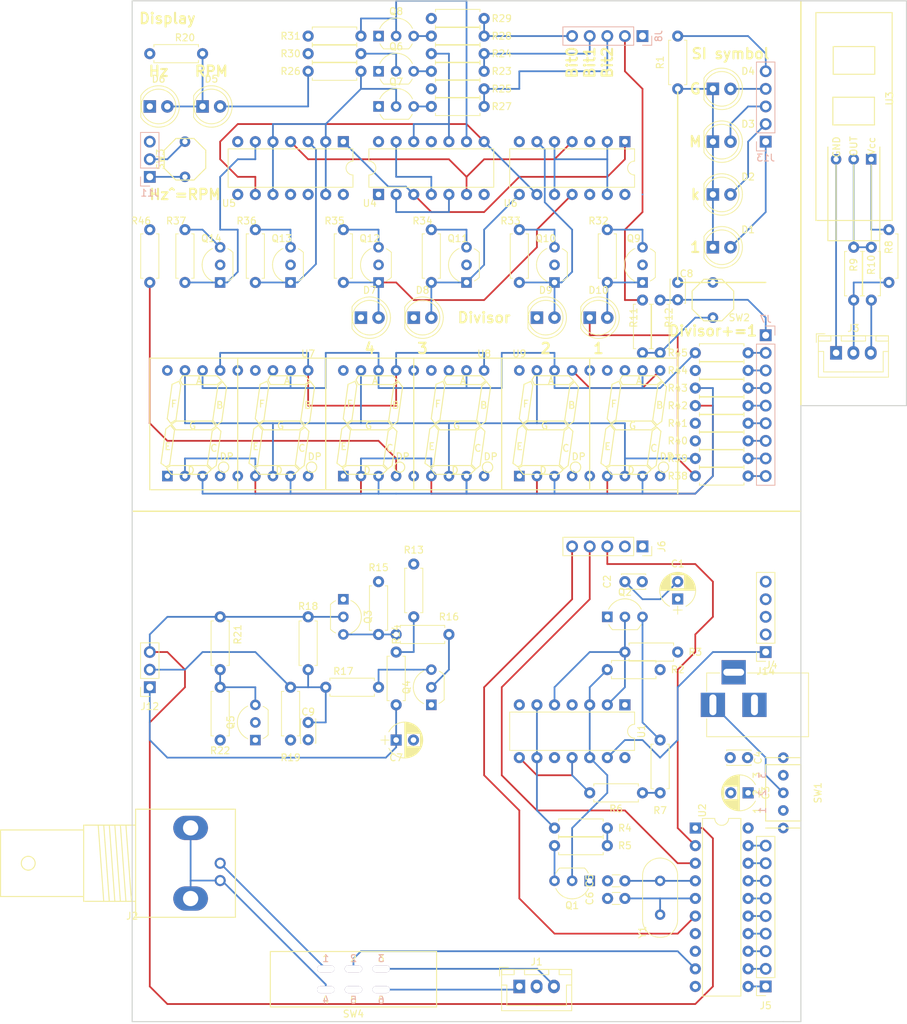
<source format=kicad_pcb>
(kicad_pcb (version 4) (host pcbnew 4.0.7-e2-6376~58~ubuntu17.04.1)
  (layers (0 F.Cu signal) (1 In1.Cu jumper) (2 In2.Cu power) (31 B.Cu signal) (35 F.Paste user) (37 F.SilkS user) (39 F.Mask user) (44 Edge.Cuts user))
  (net 0 "")
  (net 1 /XTAL2)
  (net 2 /XTAL1)
  (net 3 "Net-(D1-Pad1)")
  (net 4 "Net-(D1-Pad2)")
  (net 5 "Net-(D2-Pad2)")
  (net 6 "Net-(D3-Pad2)")
  (net 7 "Net-(D4-Pad2)")
  (net 8 "Net-(D5-Pad1)")
  (net 9 /7seg/KDP)
  (net 10 /KD13)
  (net 11 /KD22)
  (net 12 /KD11)
  (net 13 /KD20)
  (net 14 /SIGNAL)
  (net 15 "Net-(Q1-Pad2)")
  (net 16 "Net-(Q1-Pad3)")
  (net 17 "Net-(Q2-Pad2)")
  (net 18 "Net-(Q2-Pad3)")
  (net 19 "Net-(Q3-Pad3)")
  (net 20 "Net-(Q4-Pad2)")
  (net 21 "Net-(Q4-Pad3)")
  (net 22 "Net-(Q5-Pad2)")
  (net 23 "Net-(Q5-Pad3)")
  (net 24 "Net-(Q6-Pad2)")
  (net 25 "Net-(Q6-Pad3)")
  (net 26 "Net-(Q7-Pad2)")
  (net 27 "Net-(Q7-Pad3)")
  (net 28 "Net-(Q8-Pad2)")
  (net 29 "Net-(Q8-Pad3)")
  (net 30 "Net-(Q9-Pad3)")
  (net 31 "Net-(Q10-Pad3)")
  (net 32 "Net-(Q11-Pad3)")
  (net 33 "Net-(Q12-Pad3)")
  (net 34 "Net-(Q13-Pad3)")
  (net 35 /KD24)
  (net 36 "Net-(Q14-Pad3)")
  (net 37 /KD15)
  (net 38 /1kMG-L)
  (net 39 "Net-(R4-Pad2)")
  (net 40 /1kMG-H)
  (net 41 "Net-(R6-Pad2)")
  (net 42 "Net-(R11-Pad1)")
  (net 43 /3in8out/Bit1)
  (net 44 "Net-(R24-Pad2)")
  (net 45 /3in8out/Bit2)
  (net 46 "Net-(R25-Pad2)")
  (net 47 /3in8out/Bit0)
  (net 48 "Net-(R29-Pad2)")
  (net 49 /7seg/PB7)
  (net 50 /7seg/KG)
  (net 51 /7seg/PB6)
  (net 52 /7seg/KF)
  (net 53 /7seg/PB5)
  (net 54 /7seg/KE)
  (net 55 /7seg/PB4)
  (net 56 /7seg/KD)
  (net 57 /7seg/PB3)
  (net 58 /7seg/KC)
  (net 59 /7seg/PB2)
  (net 60 /7seg/KB)
  (net 61 /7seg/PB1)
  (net 62 /7seg/KA)
  (net 63 /7seg/PB0)
  (net 64 "Net-(R46-Pad2)")
  (net 65 "Net-(U4-Pad8)")
  (net 66 "Net-(U4-Pad3)")
  (net 67 "Net-(U4-Pad11)")
  (net 68 "Net-(U4-Pad6)")
  (net 69 "Net-(J4-Pad1)")
  (net 70 "Net-(J3-Pad2)")
  (net 71 "Net-(R8-Pad2)")
  (net 72 "Net-(R10-Pad2)")
  (net 73 /GND_RPM)
  (net 74 /SIGNAL_RPM)
  (net 75 /GND_BNC)
  (net 76 /SIGNAL_BNC)
  (net 77 "Net-(J3-Pad1)")
  (net 78 "Net-(J3-Pad3)")
  (net 79 "Net-(J5-Pad2)")
  (net 80 "Net-(J5-Pad3)")
  (net 81 "Net-(J5-Pad4)")
  (net 82 "Net-(J5-Pad5)")
  (net 83 "Net-(J5-Pad6)")
  (net 84 "Net-(J5-Pad7)")
  (net 85 "Net-(J5-Pad8)")
  (net 86 "Net-(J6-Pad3)")
  (net 87 VCC)
  (net 88 GND)
  (net 89 VCC_T1)
  (net 90 GND_T1)
  (net 91 /Hz/RPM_T1)
  (net 92 /TOGGLE0_T0)
  (net 93 /TOGGLE1_T0)
  (net 94 /TOGGLE0_T1)
  (net 95 /TOGGLE1_T1)
  (net 96 /Hz/RPM_T0)
  (net 97 "Net-(J13-Pad5)")
  (net 98 /LED_1)
  (net 99 /LED_k)
  (net 100 /LED_M)
  (net 101 /LED_G)
  (net 102 /COUNT-UP_T1)
  (net 103 /COUNT-UP_T0)
  (net 104 "Net-(J5-Pad9)")
  (net 105 "Net-(J6-Pad4)")
  (net 106 "Net-(J6-Pad5)")
  (module Housings_DIP:DIP-14_W7.62mm (layer F.Cu) (at 119.380001 58.419994 90)
    (fp_text reference U4 (at -1.270006 -1.270001 180) (layer F.SilkS))
    (fp_text value 74HC00)
    (pad 1 thru_hole rect (at 0 0 90) (size 1.6 1.6) (drill 0.8) (layers *.Cu *.Mask) (net 28 "Net-(Q8-Pad2)"))
    (pad 8 thru_hole oval (at 7.62 15.24 90) (size 1.6 1.6) (drill 0.8) (layers *.Cu *.Mask) (net 65 "Net-(U4-Pad8)"))
    (pad 2 thru_hole oval (at 0 2.54 90) (size 1.6 1.6) (drill 0.8) (layers *.Cu *.Mask) (net 24 "Net-(Q6-Pad2)"))
    (pad 9 thru_hole oval (at 7.62 12.7 90) (size 1.6 1.6) (drill 0.8) (layers *.Cu *.Mask) (net 28 "Net-(Q8-Pad2)"))
    (pad 3 thru_hole oval (at 0 5.08 90) (size 1.6 1.6) (drill 0.8) (layers *.Cu *.Mask) (net 66 "Net-(U4-Pad3)"))
    (pad 10 thru_hole oval (at 7.62 10.16 90) (size 1.6 1.6) (drill 0.8) (layers *.Cu *.Mask) (net 44 "Net-(R24-Pad2)"))
    (pad 4 thru_hole oval (at 0 7.62 90) (size 1.6 1.6) (drill 0.8) (layers *.Cu *.Mask) (net 48 "Net-(R29-Pad2)"))
    (pad 11 thru_hole oval (at 7.62 7.62 90) (size 1.6 1.6) (drill 0.8) (layers *.Cu *.Mask) (net 67 "Net-(U4-Pad11)"))
    (pad 5 thru_hole oval (at 0 10.16 90) (size 1.6 1.6) (drill 0.8) (layers *.Cu *.Mask) (net 24 "Net-(Q6-Pad2)"))
    (pad 12 thru_hole oval (at 7.62 5.08 90) (size 1.6 1.6) (drill 0.8) (layers *.Cu *.Mask) (net 44 "Net-(R24-Pad2)"))
    (pad 6 thru_hole oval (at 0 12.7 90) (size 1.6 1.6) (drill 0.8) (layers *.Cu *.Mask) (net 68 "Net-(U4-Pad6)"))
    (pad 13 thru_hole oval (at 7.62 2.54 90) (size 1.6 1.6) (drill 0.8) (layers *.Cu *.Mask) (net 48 "Net-(R29-Pad2)"))
    (pad 7 thru_hole oval (at 0 15.24 90) (size 1.6 1.6) (drill 0.8) (layers *.Cu *.Mask) (net 90 GND_T1))
    (pad 14 thru_hole oval (at 7.62 0 90) (size 1.6 1.6) (drill 0.8) (layers *.Cu *.Mask) (net 89 VCC_T1))
  )
  (module Housings_DIP:DIP-14_W7.62mm (layer F.Cu) (at 154.939994 50.799984 270)
    (fp_text reference U6 (at 8.890016 16.509994 360) (layer F.SilkS))
    (fp_text value 74HC00)
    (pad 1 thru_hole rect (at 0 0 270) (size 1.6 1.6) (drill 0.8) (layers *.Cu *.Mask) (net 66 "Net-(U4-Pad3)"))
    (pad 8 thru_hole oval (at 7.62 15.24 270) (size 1.6 1.6) (drill 0.8) (layers *.Cu *.Mask) (net 11 /KD22))
    (pad 2 thru_hole oval (at 0 2.54 270) (size 1.6 1.6) (drill 0.8) (layers *.Cu *.Mask) (net 46 "Net-(R25-Pad2)"))
    (pad 9 thru_hole oval (at 7.62 12.7 270) (size 1.6 1.6) (drill 0.8) (layers *.Cu *.Mask) (net 65 "Net-(U4-Pad8)"))
    (pad 3 thru_hole oval (at 0 5.08 270) (size 1.6 1.6) (drill 0.8) (layers *.Cu *.Mask) (net 13 /KD20))
    (pad 10 thru_hole oval (at 7.62 10.16 270) (size 1.6 1.6) (drill 0.8) (layers *.Cu *.Mask) (net 46 "Net-(R25-Pad2)"))
    (pad 4 thru_hole oval (at 0 7.62 270) (size 1.6 1.6) (drill 0.8) (layers *.Cu *.Mask) (net 68 "Net-(U4-Pad6)"))
    (pad 11 thru_hole oval (at 7.62 7.62 270) (size 1.6 1.6) (drill 0.8) (layers *.Cu *.Mask) (net 10 /KD13))
    (pad 5 thru_hole oval (at 0 10.16 270) (size 1.6 1.6) (drill 0.8) (layers *.Cu *.Mask) (net 46 "Net-(R25-Pad2)"))
    (pad 12 thru_hole oval (at 7.62 5.08 270) (size 1.6 1.6) (drill 0.8) (layers *.Cu *.Mask) (net 67 "Net-(U4-Pad11)"))
    (pad 6 thru_hole oval (at 0 12.7 270) (size 1.6 1.6) (drill 0.8) (layers *.Cu *.Mask) (net 12 /KD11))
    (pad 13 thru_hole oval (at 7.62 2.54 270) (size 1.6 1.6) (drill 0.8) (layers *.Cu *.Mask) (net 46 "Net-(R25-Pad2)"))
    (pad 7 thru_hole oval (at 0 15.24 270) (size 1.6 1.6) (drill 0.8) (layers *.Cu *.Mask) (net 90 GND_T1))
    (pad 14 thru_hole oval (at 7.62 0 270) (size 1.6 1.6) (drill 0.8) (layers *.Cu *.Mask) (net 89 VCC_T1))
  )
  (module Housings_DIP:DIP-14_W7.62mm (layer F.Cu) (at 154.94 132.08 270)
    (fp_text reference U1 (at 3.81 -2.39 270) (layer F.SilkS))
    (fp_text value SN74HC02N)
    (pad 1 thru_hole rect (at 0 0 270) (size 1.6 1.6) (drill 0.8) (layers *.Cu *.Mask) (net 100 /LED_M))
    (pad 8 thru_hole oval (at 7.62 15.24 270) (size 1.6 1.6) (drill 0.8) (layers *.Cu *.Mask) (net 41 "Net-(R6-Pad2)"))
    (pad 2 thru_hole oval (at 0 2.54 270) (size 1.6 1.6) (drill 0.8) (layers *.Cu *.Mask) (net 17 "Net-(Q2-Pad2)"))
    (pad 9 thru_hole oval (at 7.62 12.7 270) (size 1.6 1.6) (drill 0.8) (layers *.Cu *.Mask) (net 39 "Net-(R4-Pad2)"))
    (pad 3 thru_hole oval (at 0 5.08 270) (size 1.6 1.6) (drill 0.8) (layers *.Cu *.Mask) (net 15 "Net-(Q1-Pad2)"))
    (pad 10 thru_hole oval (at 7.62 10.16 270) (size 1.6 1.6) (drill 0.8) (layers *.Cu *.Mask) (net 99 /LED_k))
    (pad 4 thru_hole oval (at 0 7.62 270) (size 1.6 1.6) (drill 0.8) (layers *.Cu *.Mask) (net 101 /LED_G))
    (pad 11 thru_hole oval (at 7.62 7.62 270) (size 1.6 1.6) (drill 0.8) (layers *.Cu *.Mask) (net 41 "Net-(R6-Pad2)"))
    (pad 5 thru_hole oval (at 0 10.16 270) (size 1.6 1.6) (drill 0.8) (layers *.Cu *.Mask) (net 17 "Net-(Q2-Pad2)"))
    (pad 12 thru_hole oval (at 7.62 5.08 270) (size 1.6 1.6) (drill 0.8) (layers *.Cu *.Mask) (net 15 "Net-(Q1-Pad2)"))
    (pad 6 thru_hole oval (at 0 12.7 270) (size 1.6 1.6) (drill 0.8) (layers *.Cu *.Mask) (net 39 "Net-(R4-Pad2)"))
    (pad 13 thru_hole oval (at 7.62 2.54 270) (size 1.6 1.6) (drill 0.8) (layers *.Cu *.Mask) (net 98 /LED_1))
    (pad 7 thru_hole oval (at 0 15.24 270) (size 1.6 1.6) (drill 0.8) (layers *.Cu *.Mask) (net 88 GND))
    (pad 14 thru_hole oval (at 7.62 0 270) (size 1.6 1.6) (drill 0.8) (layers *.Cu *.Mask) (net 87 VCC))
  )
  (module freq-counter:PARA_LIGHT-552SRD (layer F.Cu) (at 149.859994 91.566984)
    (fp_text reference U9 (at -10.16 -10.16) (layer F.SilkS))
    (fp_text value 7seg-2digit-ca)
    (fp_text user G (at -6.52018 0.23368) (layer F.SilkS))
    (fp_text user DP (at -1.59766 4.69138) (layer F.SilkS))
    (fp_text user F (at -9.21766 -2.91084) (layer F.SilkS))
    (fp_text user E (at -10.11682 3.2258) (layer F.SilkS))
    (fp_text user D (at -6.73608 6.67258) (layer F.SilkS))
    (fp_text user C (at -3.4544 3.47218) (layer F.SilkS))
    (fp_text user B (at -2.60096 -2.7305) (layer F.SilkS))
    (fp_text user A (at -5.588 -6.27634) (layer F.SilkS))
    (fp_text user A (at 7.112 -6.27634) (layer F.SilkS))
    (fp_text user D (at 5.96392 6.67258) (layer F.SilkS))
    (fp_text user DP (at 11.10234 4.69138) (layer F.SilkS))
    (fp_text user E (at 2.58318 3.2258) (layer F.SilkS))
    (fp_text user B (at 10.09904 -2.7305) (layer F.SilkS))
    (fp_text user G (at 6.17982 0.23368) (layer F.SilkS))
    (fp_text user F (at 3.48234 -2.91084) (layer F.SilkS))
    (fp_text user C (at 9.2456 3.47218) (layer F.SilkS))
    (pad 17 thru_hole circle (at -7.62 -7.747) (size 1.524 1.524) (drill 0.762) (layers *.Cu *.Mask) (net 50 /7seg/KG))
    (pad 16 thru_hole circle (at -5.08 -7.747) (size 1.524 1.524) (drill 0.762) (layers *.Cu *.Mask) (net 62 /7seg/KA))
    (pad 15 thru_hole circle (at -2.54 -7.747) (size 1.524 1.524) (drill 0.762) (layers *.Cu *.Mask) (net 60 /7seg/KB))
    (pad 18 thru_hole circle (at -10.16 -7.747) (size 1.524 1.524) (drill 0.762) (layers *.Cu *.Mask) (net 52 /7seg/KF))
    (pad 1 thru_hole rect (at -10.16 7.493) (size 1.524 1.524) (drill 0.762) (layers *.Cu *.Mask) (net 54 /7seg/KE))
    (pad 2 thru_hole circle (at -7.62 7.493) (size 1.524 1.524) (drill 0.762) (layers *.Cu *.Mask) (net 56 /7seg/KD))
    (pad 3 thru_hole circle (at -5.08 7.493) (size 1.524 1.524) (drill 0.762) (layers *.Cu *.Mask) (net 58 /7seg/KC))
    (pad 4 thru_hole circle (at -2.54 7.493) (size 1.524 1.524) (drill 0.762) (layers *.Cu *.Mask))
    (pad 5 thru_hole circle (at 0 7.493) (size 1.524 1.524) (drill 0.762) (layers *.Cu *.Mask) (net 54 /7seg/KE))
    (pad 12 thru_hole circle (at 5.08 -7.747) (size 1.524 1.524) (drill 0.762) (layers *.Cu *.Mask) (net 52 /7seg/KF))
    (pad 10 thru_hole circle (at 10.16 -7.747) (size 1.524 1.524) (drill 0.762) (layers *.Cu *.Mask) (net 60 /7seg/KB))
    (pad 13 thru_hole circle (at 2.54 -7.747) (size 1.524 1.524) (drill 0.762) (layers *.Cu *.Mask) (net 13 /KD20))
    (pad 11 thru_hole circle (at 7.62 -7.747) (size 1.524 1.524) (drill 0.762) (layers *.Cu *.Mask) (net 62 /7seg/KA))
    (pad 14 thru_hole circle (at 0 -7.747) (size 1.524 1.524) (drill 0.762) (layers *.Cu *.Mask) (net 12 /KD11))
    (pad 8 thru_hole circle (at 7.62 7.493) (size 1.524 1.524) (drill 0.762) (layers *.Cu *.Mask) (net 58 /7seg/KC))
    (pad 7 thru_hole circle (at 5.08 7.493) (size 1.524 1.524) (drill 0.762) (layers *.Cu *.Mask) (net 50 /7seg/KG))
    (pad 6 thru_hole circle (at 2.54 7.493) (size 1.524 1.524) (drill 0.762) (layers *.Cu *.Mask) (net 56 /7seg/KD))
    (pad 9 thru_hole circle (at 10.16 7.493) (size 1.524 1.524) (drill 0.762) (layers *.Cu *.Mask))
  )
  (module Resistors_THT:R_Axial_DIN0207_L6.3mm_D2.5mm_P7.62mm_Horizontal (layer F.Cu) (at 165.09999 83.819996)
    (fp_text reference R44 (at -2.54 0) (layer F.SilkS))
    (fp_text value 33)
    (pad 1 thru_hole circle (at 0 0) (size 1.6 1.6) (drill 0.8) (layers *.Cu *.Mask) (net 60 /7seg/KB))
    (pad 2 thru_hole oval (at 7.62 0) (size 1.6 1.6) (drill 0.8) (layers *.Cu *.Mask) (net 61 /7seg/PB1))
  )
  (module Resistors_THT:R_Axial_DIN0207_L6.3mm_D2.5mm_P7.62mm_Horizontal (layer F.Cu) (at 165.09999 96.519996)
    (fp_text reference R39 (at -2.54 0) (layer F.SilkS))
    (fp_text value 33)
    (pad 1 thru_hole circle (at 0 0) (size 1.6 1.6) (drill 0.8) (layers *.Cu *.Mask) (net 50 /7seg/KG))
    (pad 2 thru_hole oval (at 7.62 0) (size 1.6 1.6) (drill 0.8) (layers *.Cu *.Mask) (net 51 /7seg/PB6))
  )
  (module Resistors_THT:R_Axial_DIN0207_L6.3mm_D2.5mm_P7.62mm_Horizontal (layer F.Cu) (at 165.09999 93.978171)
    (fp_text reference R40 (at -2.54 0) (layer F.SilkS))
    (fp_text value 33)
    (pad 1 thru_hole circle (at 0 0) (size 1.6 1.6) (drill 0.8) (layers *.Cu *.Mask) (net 52 /7seg/KF))
    (pad 2 thru_hole oval (at 7.62 0) (size 1.6 1.6) (drill 0.8) (layers *.Cu *.Mask) (net 53 /7seg/PB5))
  )
  (module freq-counter:PARA_LIGHT-552SRD (layer F.Cu) (at 124.459994 91.566984)
    (fp_text reference U8 (at 10.16 -10.16) (layer F.SilkS))
    (fp_text value 7seg-2digit-ca)
    (fp_text user G (at -6.52018 0.23368) (layer F.SilkS))
    (fp_text user DP (at -1.59766 4.69138) (layer F.SilkS))
    (fp_text user F (at -9.21766 -2.91084) (layer F.SilkS))
    (fp_text user E (at -10.11682 3.2258) (layer F.SilkS))
    (fp_text user D (at -6.73608 6.67258) (layer F.SilkS))
    (fp_text user C (at -3.4544 3.47218) (layer F.SilkS))
    (fp_text user B (at -2.60096 -2.7305) (layer F.SilkS))
    (fp_text user A (at -5.588 -6.27634) (layer F.SilkS))
    (fp_text user A (at 7.112 -6.27634) (layer F.SilkS))
    (fp_text user D (at 5.96392 6.67258) (layer F.SilkS))
    (fp_text user DP (at 11.10234 4.69138) (layer F.SilkS))
    (fp_text user E (at 2.58318 3.2258) (layer F.SilkS))
    (fp_text user B (at 10.09904 -2.7305) (layer F.SilkS))
    (fp_text user G (at 6.17982 0.23368) (layer F.SilkS))
    (fp_text user F (at 3.48234 -2.91084) (layer F.SilkS))
    (fp_text user C (at 9.2456 3.47218) (layer F.SilkS))
    (pad 17 thru_hole circle (at -7.62 -7.747) (size 1.524 1.524) (drill 0.762) (layers *.Cu *.Mask) (net 50 /7seg/KG))
    (pad 16 thru_hole circle (at -5.08 -7.747) (size 1.524 1.524) (drill 0.762) (layers *.Cu *.Mask) (net 62 /7seg/KA))
    (pad 15 thru_hole circle (at -2.54 -7.747) (size 1.524 1.524) (drill 0.762) (layers *.Cu *.Mask) (net 60 /7seg/KB))
    (pad 18 thru_hole circle (at -10.16 -7.747) (size 1.524 1.524) (drill 0.762) (layers *.Cu *.Mask) (net 52 /7seg/KF))
    (pad 1 thru_hole rect (at -10.16 7.493) (size 1.524 1.524) (drill 0.762) (layers *.Cu *.Mask) (net 54 /7seg/KE))
    (pad 2 thru_hole circle (at -7.62 7.493) (size 1.524 1.524) (drill 0.762) (layers *.Cu *.Mask) (net 56 /7seg/KD))
    (pad 3 thru_hole circle (at -5.08 7.493) (size 1.524 1.524) (drill 0.762) (layers *.Cu *.Mask) (net 58 /7seg/KC))
    (pad 4 thru_hole circle (at -2.54 7.493) (size 1.524 1.524) (drill 0.762) (layers *.Cu *.Mask) (net 64 "Net-(R46-Pad2)"))
    (pad 5 thru_hole circle (at 0 7.493) (size 1.524 1.524) (drill 0.762) (layers *.Cu *.Mask) (net 54 /7seg/KE))
    (pad 12 thru_hole circle (at 5.08 -7.747) (size 1.524 1.524) (drill 0.762) (layers *.Cu *.Mask) (net 52 /7seg/KF))
    (pad 10 thru_hole circle (at 10.16 -7.747) (size 1.524 1.524) (drill 0.762) (layers *.Cu *.Mask) (net 60 /7seg/KB))
    (pad 13 thru_hole circle (at 2.54 -7.747) (size 1.524 1.524) (drill 0.762) (layers *.Cu *.Mask) (net 11 /KD22))
    (pad 11 thru_hole circle (at 7.62 -7.747) (size 1.524 1.524) (drill 0.762) (layers *.Cu *.Mask) (net 62 /7seg/KA))
    (pad 14 thru_hole circle (at 0 -7.747) (size 1.524 1.524) (drill 0.762) (layers *.Cu *.Mask) (net 10 /KD13))
    (pad 8 thru_hole circle (at 7.62 7.493) (size 1.524 1.524) (drill 0.762) (layers *.Cu *.Mask) (net 58 /7seg/KC))
    (pad 7 thru_hole circle (at 5.08 7.493) (size 1.524 1.524) (drill 0.762) (layers *.Cu *.Mask) (net 50 /7seg/KG))
    (pad 6 thru_hole circle (at 2.54 7.493) (size 1.524 1.524) (drill 0.762) (layers *.Cu *.Mask) (net 56 /7seg/KD))
    (pad 9 thru_hole circle (at 10.16 7.493) (size 1.524 1.524) (drill 0.762) (layers *.Cu *.Mask))
  )
  (module freq-counter:PARA_LIGHT-552SRD (layer F.Cu) (at 99.059994 91.566984)
    (fp_text reference U7 (at 10.16 -10.16) (layer F.SilkS))
    (fp_text value 7seg-2digit-ca)
    (fp_text user G (at -6.52018 0.23368) (layer F.SilkS))
    (fp_text user DP (at -1.59766 4.69138) (layer F.SilkS))
    (fp_text user F (at -9.21766 -2.91084) (layer F.SilkS))
    (fp_text user E (at -10.11682 3.2258) (layer F.SilkS))
    (fp_text user D (at -6.73608 6.67258) (layer F.SilkS))
    (fp_text user C (at -3.4544 3.47218) (layer F.SilkS))
    (fp_text user B (at -2.60096 -2.7305) (layer F.SilkS))
    (fp_text user A (at -5.588 -6.27634) (layer F.SilkS))
    (fp_text user A (at 7.112 -6.27634) (layer F.SilkS))
    (fp_text user D (at 5.96392 6.67258) (layer F.SilkS))
    (fp_text user DP (at 11.10234 4.69138) (layer F.SilkS))
    (fp_text user E (at 2.58318 3.2258) (layer F.SilkS))
    (fp_text user B (at 10.09904 -2.7305) (layer F.SilkS))
    (fp_text user G (at 6.17982 0.23368) (layer F.SilkS))
    (fp_text user F (at 3.48234 -2.91084) (layer F.SilkS))
    (fp_text user C (at 9.2456 3.47218) (layer F.SilkS))
    (pad 17 thru_hole circle (at -7.62 -7.747) (size 1.524 1.524) (drill 0.762) (layers *.Cu *.Mask) (net 50 /7seg/KG))
    (pad 16 thru_hole circle (at -5.08 -7.747) (size 1.524 1.524) (drill 0.762) (layers *.Cu *.Mask) (net 62 /7seg/KA))
    (pad 15 thru_hole circle (at -2.54 -7.747) (size 1.524 1.524) (drill 0.762) (layers *.Cu *.Mask) (net 60 /7seg/KB))
    (pad 18 thru_hole circle (at -10.16 -7.747) (size 1.524 1.524) (drill 0.762) (layers *.Cu *.Mask) (net 52 /7seg/KF))
    (pad 1 thru_hole rect (at -10.16 7.493) (size 1.524 1.524) (drill 0.762) (layers *.Cu *.Mask) (net 54 /7seg/KE))
    (pad 2 thru_hole circle (at -7.62 7.493) (size 1.524 1.524) (drill 0.762) (layers *.Cu *.Mask) (net 56 /7seg/KD))
    (pad 3 thru_hole circle (at -5.08 7.493) (size 1.524 1.524) (drill 0.762) (layers *.Cu *.Mask) (net 58 /7seg/KC))
    (pad 4 thru_hole circle (at -2.54 7.493) (size 1.524 1.524) (drill 0.762) (layers *.Cu *.Mask))
    (pad 5 thru_hole circle (at 0 7.493) (size 1.524 1.524) (drill 0.762) (layers *.Cu *.Mask) (net 54 /7seg/KE))
    (pad 12 thru_hole circle (at 5.08 -7.747) (size 1.524 1.524) (drill 0.762) (layers *.Cu *.Mask) (net 52 /7seg/KF))
    (pad 10 thru_hole circle (at 10.16 -7.747) (size 1.524 1.524) (drill 0.762) (layers *.Cu *.Mask) (net 60 /7seg/KB))
    (pad 13 thru_hole circle (at 2.54 -7.747) (size 1.524 1.524) (drill 0.762) (layers *.Cu *.Mask) (net 35 /KD24))
    (pad 11 thru_hole circle (at 7.62 -7.747) (size 1.524 1.524) (drill 0.762) (layers *.Cu *.Mask) (net 62 /7seg/KA))
    (pad 14 thru_hole circle (at 0 -7.747) (size 1.524 1.524) (drill 0.762) (layers *.Cu *.Mask) (net 37 /KD15))
    (pad 8 thru_hole circle (at 7.62 7.493) (size 1.524 1.524) (drill 0.762) (layers *.Cu *.Mask) (net 58 /7seg/KC))
    (pad 7 thru_hole circle (at 5.08 7.493) (size 1.524 1.524) (drill 0.762) (layers *.Cu *.Mask) (net 50 /7seg/KG))
    (pad 6 thru_hole circle (at 2.54 7.493) (size 1.524 1.524) (drill 0.762) (layers *.Cu *.Mask) (net 56 /7seg/KD))
    (pad 9 thru_hole circle (at 10.16 7.493) (size 1.524 1.524) (drill 0.762) (layers *.Cu *.Mask))
  )
  (module Housings_DIP:DIP-14_W7.62mm (layer F.Cu) (at 114.299994 50.799984 270)
    (fp_text reference U5 (at 8.890016 16.509994 360) (layer F.SilkS))
    (fp_text value 74HC00)
    (pad 1 thru_hole rect (at 0 0 270) (size 1.6 1.6) (drill 0.8) (layers *.Cu *.Mask) (net 66 "Net-(U4-Pad3)"))
    (pad 8 thru_hole oval (at 7.62 15.24 270) (size 1.6 1.6) (drill 0.8) (layers *.Cu *.Mask))
    (pad 2 thru_hole oval (at 0 2.54 270) (size 1.6 1.6) (drill 0.8) (layers *.Cu *.Mask) (net 26 "Net-(Q7-Pad2)"))
    (pad 9 thru_hole oval (at 7.62 12.7 270) (size 1.6 1.6) (drill 0.8) (layers *.Cu *.Mask) (net 65 "Net-(U4-Pad8)"))
    (pad 3 thru_hole oval (at 0 5.08 270) (size 1.6 1.6) (drill 0.8) (layers *.Cu *.Mask) (net 35 /KD24))
    (pad 10 thru_hole oval (at 7.62 10.16 270) (size 1.6 1.6) (drill 0.8) (layers *.Cu *.Mask) (net 26 "Net-(Q7-Pad2)"))
    (pad 4 thru_hole oval (at 0 7.62 270) (size 1.6 1.6) (drill 0.8) (layers *.Cu *.Mask) (net 68 "Net-(U4-Pad6)"))
    (pad 11 thru_hole oval (at 7.62 7.62 270) (size 1.6 1.6) (drill 0.8) (layers *.Cu *.Mask))
    (pad 5 thru_hole oval (at 0 10.16 270) (size 1.6 1.6) (drill 0.8) (layers *.Cu *.Mask) (net 26 "Net-(Q7-Pad2)"))
    (pad 12 thru_hole oval (at 7.62 5.08 270) (size 1.6 1.6) (drill 0.8) (layers *.Cu *.Mask) (net 67 "Net-(U4-Pad11)"))
    (pad 6 thru_hole oval (at 0 12.7 270) (size 1.6 1.6) (drill 0.8) (layers *.Cu *.Mask) (net 37 /KD15))
    (pad 13 thru_hole oval (at 7.62 2.54 270) (size 1.6 1.6) (drill 0.8) (layers *.Cu *.Mask) (net 26 "Net-(Q7-Pad2)"))
    (pad 7 thru_hole oval (at 0 15.24 270) (size 1.6 1.6) (drill 0.8) (layers *.Cu *.Mask) (net 90 GND_T1))
    (pad 14 thru_hole oval (at 7.62 0 270) (size 1.6 1.6) (drill 0.8) (layers *.Cu *.Mask) (net 89 VCC_T1))
  )
  (module Resistors_THT:R_Axial_DIN0207_L6.3mm_D2.5mm_P7.62mm_Horizontal (layer F.Cu) (at 190.500011 73.660005 90)
    (fp_text reference R10 (at 5.08 0 90) (layer F.SilkS))
    (fp_text value 4.7M)
    (pad 1 thru_hole circle (at 0 0 90) (size 1.6 1.6) (drill 0.8) (layers *.Cu *.Mask) (net 78 "Net-(J3-Pad3)"))
    (pad 2 thru_hole oval (at 7.62 0 90) (size 1.6 1.6) (drill 0.8) (layers *.Cu *.Mask) (net 72 "Net-(R10-Pad2)"))
  )
  (module Connectors_TE-Connectivity:BNC_Socket_TYCO-AMP (layer F.Cu) (at 91.51874 154.94 90)
    (fp_text reference J2 (at -7.62 -7.69874 180) (layer F.SilkS))
    (fp_text value BNC)
    (pad 2 thru_hole oval (at -5.09778 0.7366 90) (size 3.50012 5.00126) (drill 2.19964) (layers *.Cu *.Mask) (net 75 /GND_BNC))
    (pad 2 thru_hole oval (at 5.10032 0.7366 90) (size 3.50012 5.00126) (drill 2.19964) (layers *.Cu *.Mask) (net 75 /GND_BNC))
    (pad 1 thru_hole circle (at 0 5.00126 90) (size 1.6002 1.6002) (drill 1.00076) (layers *.Cu *.Mask) (net 76 /SIGNAL_BNC))
    (pad 2 thru_hole circle (at -2.49936 5.00126 90) (size 1.6002 1.6002) (drill 1.00076) (layers *.Cu *.Mask) (net 75 /GND_BNC))
  )
  (module Resistors_THT:R_Axial_DIN0207_L6.3mm_D2.5mm_P7.62mm_Horizontal (layer F.Cu) (at 134.620001 33.019994 180)
    (fp_text reference R29 (at -2.54 0 360) (layer F.SilkS))
    (fp_text value 2.2M)
    (pad 1 thru_hole circle (at 0 0 180) (size 1.6 1.6) (drill 0.8) (layers *.Cu *.Mask) (net 47 /3in8out/Bit0))
    (pad 2 thru_hole oval (at 7.62 0 180) (size 1.6 1.6) (drill 0.8) (layers *.Cu *.Mask) (net 48 "Net-(R29-Pad2)"))
  )
  (module Resistors_THT:R_Axial_DIN0207_L6.3mm_D2.5mm_P7.62mm_Horizontal (layer F.Cu) (at 127.000001 35.559994)
    (fp_text reference R28 (at 10.16 0) (layer F.SilkS))
    (fp_text value 10k)
    (pad 1 thru_hole circle (at 0 0) (size 1.6 1.6) (drill 0.8) (layers *.Cu *.Mask) (net 29 "Net-(Q8-Pad3)"))
    (pad 2 thru_hole oval (at 7.62 0) (size 1.6 1.6) (drill 0.8) (layers *.Cu *.Mask) (net 47 /3in8out/Bit0))
  )
  (module Resistors_THT:R_Axial_DIN0207_L6.3mm_D2.5mm_P7.62mm_Horizontal (layer F.Cu) (at 134.620001 38.099994 180)
    (fp_text reference R24 (at -2.54 0 180) (layer F.SilkS))
    (fp_text value 2.2M)
    (pad 1 thru_hole circle (at 0 0 180) (size 1.6 1.6) (drill 0.8) (layers *.Cu *.Mask) (net 43 /3in8out/Bit1))
    (pad 2 thru_hole oval (at 7.62 0 180) (size 1.6 1.6) (drill 0.8) (layers *.Cu *.Mask) (net 44 "Net-(R24-Pad2)"))
  )
  (module Resistors_THT:R_Axial_DIN0207_L6.3mm_D2.5mm_P7.62mm_Horizontal (layer F.Cu) (at 127.000001 40.639994)
    (fp_text reference R23 (at 10.16 0) (layer F.SilkS))
    (fp_text value 10k)
    (pad 1 thru_hole circle (at 0 0) (size 1.6 1.6) (drill 0.8) (layers *.Cu *.Mask) (net 25 "Net-(Q6-Pad3)"))
    (pad 2 thru_hole oval (at 7.62 0) (size 1.6 1.6) (drill 0.8) (layers *.Cu *.Mask) (net 43 /3in8out/Bit1))
  )
  (module Capacitors_THT:C_Disc_D3.4mm_W2.1mm_P2.50mm (layer F.Cu) (at 157.44 114.3 180)
    (fp_text reference C2 (at 5.058531 0.000595 270) (layer F.SilkS))
    (fp_text value 0.1u)
    (pad 1 thru_hole circle (at 0 0 180) (size 1.6 1.6) (drill 0.8) (layers *.Cu *.Mask) (net 87 VCC))
    (pad 2 thru_hole circle (at 2.5 0 180) (size 1.6 1.6) (drill 0.8) (layers *.Cu *.Mask) (net 88 GND))
  )
  (module Resistors_THT:R_Axial_DIN0207_L6.3mm_D2.5mm_P7.62mm_Horizontal (layer F.Cu) (at 157.480002 144.779993 180)
    (fp_text reference R6 (at 3.81 -2.31 180) (layer F.SilkS))
    (fp_text value 2.2M)
    (pad 1 thru_hole circle (at 0 0 180) (size 1.6 1.6) (drill 0.8) (layers *.Cu *.Mask) (net 40 /1kMG-H))
    (pad 2 thru_hole oval (at 7.62 0 180) (size 1.6 1.6) (drill 0.8) (layers *.Cu *.Mask) (net 41 "Net-(R6-Pad2)"))
  )
  (module freq-counter:TVDT18-tactile-switch (layer F.Cu) (at 167.64 73.66 90)
    (fp_text reference SW2 (at -2.54 3.81 360) (layer F.SilkS))
    (fp_text value "count up")
    (pad 1 thru_hole circle (at -2.54 0 90) (size 1.524 1.524) (drill 0.762) (layers *.Cu *.Mask) (net 42 "Net-(R11-Pad1)"))
    (pad 2 thru_hole circle (at 2.54 0 90) (size 1.524 1.524) (drill 0.762) (layers *.Cu *.Mask) (net 89 VCC_T1))
  )
  (module Capacitors_THT:C_Disc_D3.4mm_W2.1mm_P2.50mm (layer F.Cu) (at 172.64 139.7 180)
    (fp_text reference C4 (at -1.524 0 270) (layer F.SilkS))
    (fp_text value 0.1u)
    (pad 1 thru_hole circle (at 0 0 180) (size 1.6 1.6) (drill 0.8) (layers *.Cu *.Mask) (net 87 VCC))
    (pad 2 thru_hole circle (at 2.5 0 180) (size 1.6 1.6) (drill 0.8) (layers *.Cu *.Mask) (net 88 GND))
  )
  (module Capacitors_THT:C_Disc_D3.0mm_W1.6mm_P2.50mm (layer F.Cu) (at 152.44 157.48)
    (fp_text reference C5 (at -2.58 0 270) (layer F.SilkS))
    (fp_text value 22p)
    (pad 1 thru_hole circle (at 0 0) (size 1.6 1.6) (drill 0.8) (layers *.Cu *.Mask) (net 88 GND))
    (pad 2 thru_hole circle (at 2.5 0) (size 1.6 1.6) (drill 0.8) (layers *.Cu *.Mask) (net 1 /XTAL2))
  )
  (module Capacitors_THT:C_Disc_D3.0mm_W1.6mm_P2.50mm (layer F.Cu) (at 152.44 160.02)
    (fp_text reference C6 (at -2.58 0 270) (layer F.SilkS))
    (fp_text value 22p)
    (pad 1 thru_hole circle (at 0 0) (size 1.6 1.6) (drill 0.8) (layers *.Cu *.Mask) (net 88 GND))
    (pad 2 thru_hole circle (at 2.5 0) (size 1.6 1.6) (drill 0.8) (layers *.Cu *.Mask) (net 2 /XTAL1))
  )
  (module Capacitors_THT:C_Disc_D3.4mm_W2.1mm_P2.50mm (layer F.Cu) (at 162.56 71.12 270)
    (fp_text reference C8 (at -1.27 -1.27 540) (layer F.SilkS))
    (fp_text value 0.1u)
    (pad 1 thru_hole circle (at 0 0 270) (size 1.6 1.6) (drill 0.8) (layers *.Cu *.Mask) (net 89 VCC_T1))
    (pad 2 thru_hole circle (at 2.5 0 270) (size 1.6 1.6) (drill 0.8) (layers *.Cu *.Mask) (net 102 /COUNT-UP_T1))
  )
  (module Capacitors_THT:C_Disc_D3.4mm_W2.1mm_P2.50mm (layer F.Cu) (at 109.219996 137.119995 90)
    (fp_text reference C9 (at 4.024005 0.000006 180) (layer F.SilkS))
    (fp_text value 0.1u)
    (pad 1 thru_hole circle (at 0 0 90) (size 1.6 1.6) (drill 0.8) (layers *.Cu *.Mask) (net 88 GND))
    (pad 2 thru_hole circle (at 2.5 0 90) (size 1.6 1.6) (drill 0.8) (layers *.Cu *.Mask) (net 93 /TOGGLE1_T0))
  )
  (module Resistors_THT:R_Axial_DIN0207_L6.3mm_D2.5mm_P7.62mm_Horizontal (layer F.Cu) (at 162.56 35.56 270)
    (fp_text reference R1 (at 3.809998 2.540007 270) (layer F.SilkS))
    (fp_text value 470)
    (pad 1 thru_hole circle (at 0 0 270) (size 1.6 1.6) (drill 0.8) (layers *.Cu *.Mask) (net 97 "Net-(J13-Pad5)"))
    (pad 2 thru_hole oval (at 7.62 0 270) (size 1.6 1.6) (drill 0.8) (layers *.Cu *.Mask) (net 3 "Net-(D1-Pad1)"))
  )
  (module Resistors_THT:R_Axial_DIN0207_L6.3mm_D2.5mm_P7.62mm_Horizontal (layer F.Cu) (at 160.020002 126.999993 180)
    (fp_text reference R2 (at -2.539998 -0.000007 180) (layer F.SilkS))
    (fp_text value 2.2M)
    (pad 1 thru_hole circle (at 0 0 180) (size 1.6 1.6) (drill 0.8) (layers *.Cu *.Mask) (net 87 VCC))
    (pad 2 thru_hole oval (at 7.62 0 180) (size 1.6 1.6) (drill 0.8) (layers *.Cu *.Mask) (net 15 "Net-(Q1-Pad2)"))
  )
  (module Resistors_THT:R_Axial_DIN0207_L6.3mm_D2.5mm_P7.62mm_Horizontal (layer F.Cu) (at 162.560002 124.459993 180)
    (fp_text reference R3 (at -2.539998 -0.000007 180) (layer F.SilkS))
    (fp_text value 2.2M)
    (pad 1 thru_hole circle (at 0 0 180) (size 1.6 1.6) (drill 0.8) (layers *.Cu *.Mask) (net 87 VCC))
    (pad 2 thru_hole oval (at 7.62 0 180) (size 1.6 1.6) (drill 0.8) (layers *.Cu *.Mask) (net 17 "Net-(Q2-Pad2)"))
  )
  (module Resistors_THT:R_Axial_DIN0207_L6.3mm_D2.5mm_P7.62mm_Horizontal (layer F.Cu) (at 152.400002 149.859993 180)
    (fp_text reference R4 (at -2.539998 -0.000007 180) (layer F.SilkS))
    (fp_text value 2.2M)
    (pad 1 thru_hole circle (at 0 0 180) (size 1.6 1.6) (drill 0.8) (layers *.Cu *.Mask) (net 38 /1kMG-L))
    (pad 2 thru_hole oval (at 7.62 0 180) (size 1.6 1.6) (drill 0.8) (layers *.Cu *.Mask) (net 39 "Net-(R4-Pad2)"))
  )
  (module Resistors_THT:R_Axial_DIN0207_L6.3mm_D2.5mm_P7.62mm_Horizontal (layer F.Cu) (at 144.780002 152.399993)
    (fp_text reference R5 (at 10.159998 0.000007) (layer F.SilkS))
    (fp_text value 10k)
    (pad 1 thru_hole circle (at 0 0) (size 1.6 1.6) (drill 0.8) (layers *.Cu *.Mask) (net 16 "Net-(Q1-Pad3)"))
    (pad 2 thru_hole oval (at 7.62 0) (size 1.6 1.6) (drill 0.8) (layers *.Cu *.Mask) (net 38 /1kMG-L))
  )
  (module Resistors_THT:R_Axial_DIN0207_L6.3mm_D2.5mm_P7.62mm_Horizontal (layer F.Cu) (at 160.020002 137.159993 270)
    (fp_text reference R7 (at 10.160007 0.000002 360) (layer F.SilkS))
    (fp_text value 10k)
    (pad 1 thru_hole circle (at 0 0 270) (size 1.6 1.6) (drill 0.8) (layers *.Cu *.Mask) (net 18 "Net-(Q2-Pad3)"))
    (pad 2 thru_hole oval (at 7.62 0 270) (size 1.6 1.6) (drill 0.8) (layers *.Cu *.Mask) (net 40 /1kMG-H))
  )
  (module Resistors_THT:R_Axial_DIN0207_L6.3mm_D2.5mm_P7.62mm_Horizontal (layer F.Cu) (at 157.48 81.278171 90)
    (fp_text reference R11 (at 5.078171 -1.27 270) (layer F.SilkS))
    (fp_text value 100k)
    (pad 1 thru_hole circle (at 0 0 90) (size 1.6 1.6) (drill 0.8) (layers *.Cu *.Mask) (net 42 "Net-(R11-Pad1)"))
    (pad 2 thru_hole oval (at 7.62 0 90) (size 1.6 1.6) (drill 0.8) (layers *.Cu *.Mask) (net 90 GND_T1))
  )
  (module Resistors_THT:R_Axial_DIN0207_L6.3mm_D2.5mm_P7.62mm_Horizontal (layer F.Cu) (at 160.02 73.66 270)
    (fp_text reference R12 (at 2.54 -1.27 270) (layer F.SilkS))
    (fp_text value 10k)
    (pad 1 thru_hole circle (at 0 0 270) (size 1.6 1.6) (drill 0.8) (layers *.Cu *.Mask) (net 102 /COUNT-UP_T1))
    (pad 2 thru_hole oval (at 7.62 0 270) (size 1.6 1.6) (drill 0.8) (layers *.Cu *.Mask) (net 42 "Net-(R11-Pad1)"))
  )
  (module Resistors_THT:R_Axial_DIN0207_L6.3mm_D2.5mm_P7.62mm_Horizontal (layer F.Cu) (at 124.459996 119.379995 90)
    (fp_text reference R13 (at 9.652005 0.000006 180) (layer F.SilkS))
    (fp_text value 1M)
    (pad 1 thru_hole circle (at 0 0 90) (size 1.6 1.6) (drill 0.8) (layers *.Cu *.Mask) (net 22 "Net-(Q5-Pad2)"))
    (pad 2 thru_hole oval (at 7.62 0 90) (size 1.6 1.6) (drill 0.8) (layers *.Cu *.Mask) (net 87 VCC))
  )
  (module Resistors_THT:R_Axial_DIN0207_L6.3mm_D2.5mm_P7.62mm_Horizontal (layer F.Cu) (at 121.920002 132.07999 90)
    (fp_text reference R14 (at 10.160006 -0.000005 90) (layer F.SilkS))
    (fp_text value 47k)
    (pad 1 thru_hole circle (at 0 0 90) (size 1.6 1.6) (drill 0.8) (layers *.Cu *.Mask) (net 92 /TOGGLE0_T0))
    (pad 2 thru_hole oval (at 7.62 0 90) (size 1.6 1.6) (drill 0.8) (layers *.Cu *.Mask) (net 22 "Net-(Q5-Pad2)"))
  )
  (module Resistors_THT:R_Axial_DIN0207_L6.3mm_D2.5mm_P7.62mm_Horizontal (layer F.Cu) (at 119.379996 121.919995 90)
    (fp_text reference R15 (at 9.652005 0.000006 180) (layer F.SilkS))
    (fp_text value 100k)
    (pad 1 thru_hole circle (at 0 0 90) (size 1.6 1.6) (drill 0.8) (layers *.Cu *.Mask) (net 19 "Net-(Q3-Pad3)"))
    (pad 2 thru_hole oval (at 7.62 0 90) (size 1.6 1.6) (drill 0.8) (layers *.Cu *.Mask) (net 87 VCC))
  )
  (module Resistors_THT:R_Axial_DIN0207_L6.3mm_D2.5mm_P7.62mm_Horizontal (layer F.Cu) (at 129.539996 121.919995 180)
    (fp_text reference R16 (at -0.000006 2.540005 180) (layer F.SilkS))
    (fp_text value 2.2k)
    (pad 1 thru_hole circle (at 0 0 180) (size 1.6 1.6) (drill 0.8) (layers *.Cu *.Mask) (net 20 "Net-(Q4-Pad2)"))
    (pad 2 thru_hole oval (at 7.62 0 180) (size 1.6 1.6) (drill 0.8) (layers *.Cu *.Mask) (net 19 "Net-(Q3-Pad3)"))
  )
  (module Resistors_THT:R_Axial_DIN0207_L6.3mm_D2.5mm_P7.62mm_Horizontal (layer F.Cu) (at 111.759996 129.539995)
    (fp_text reference R17 (at 2.540006 -2.31) (layer F.SilkS))
    (fp_text value 2.2k)
    (pad 1 thru_hole circle (at 0 0) (size 1.6 1.6) (drill 0.8) (layers *.Cu *.Mask) (net 93 /TOGGLE1_T0))
    (pad 2 thru_hole oval (at 7.62 0) (size 1.6 1.6) (drill 0.8) (layers *.Cu *.Mask) (net 21 "Net-(Q4-Pad3)"))
  )
  (module Resistors_THT:R_Axial_DIN0207_L6.3mm_D2.5mm_P7.62mm_Horizontal (layer F.Cu) (at 109.219996 126.999995 90)
    (fp_text reference R18 (at 9.144005 0.000006 180) (layer F.SilkS))
    (fp_text value 10k)
    (pad 1 thru_hole circle (at 0 0 90) (size 1.6 1.6) (drill 0.8) (layers *.Cu *.Mask) (net 93 /TOGGLE1_T0))
    (pad 2 thru_hole oval (at 7.62 0 90) (size 1.6 1.6) (drill 0.8) (layers *.Cu *.Mask) (net 96 /Hz/RPM_T0))
  )
  (module Resistors_THT:R_Axial_DIN0207_L6.3mm_D2.5mm_P7.62mm_Horizontal (layer F.Cu) (at 106.679996 137.159995 90)
    (fp_text reference R19 (at -2.54 0 180) (layer F.SilkS))
    (fp_text value 4.7k)
    (pad 1 thru_hole circle (at 0 0 90) (size 1.6 1.6) (drill 0.8) (layers *.Cu *.Mask) (net 88 GND))
    (pad 2 thru_hole oval (at 7.62 0 90) (size 1.6 1.6) (drill 0.8) (layers *.Cu *.Mask) (net 93 /TOGGLE1_T0))
  )
  (module Resistors_THT:R_Axial_DIN0207_L6.3mm_D2.5mm_P7.62mm_Horizontal (layer F.Cu) (at 86.36 38.1)
    (fp_text reference R20 (at 5.080005 -2.31) (layer F.SilkS))
    (fp_text value 470)
    (pad 1 thru_hole circle (at 0 0) (size 1.6 1.6) (drill 0.8) (layers *.Cu *.Mask) (net 91 /Hz/RPM_T1))
    (pad 2 thru_hole oval (at 7.62 0) (size 1.6 1.6) (drill 0.8) (layers *.Cu *.Mask) (net 8 "Net-(D5-Pad1)"))
  )
  (module Resistors_THT:R_Axial_DIN0207_L6.3mm_D2.5mm_P7.62mm_Horizontal (layer F.Cu) (at 96.519996 126.999995 90)
    (fp_text reference R21 (at 5.080005 2.540006 90) (layer F.SilkS))
    (fp_text value 10k)
    (pad 1 thru_hole circle (at 0 0 90) (size 1.6 1.6) (drill 0.8) (layers *.Cu *.Mask) (net 23 "Net-(Q5-Pad3)"))
    (pad 2 thru_hole oval (at 7.62 0 90) (size 1.6 1.6) (drill 0.8) (layers *.Cu *.Mask) (net 96 /Hz/RPM_T0))
  )
  (module Resistors_THT:R_Axial_DIN0207_L6.3mm_D2.5mm_P7.62mm_Horizontal (layer F.Cu) (at 96.519996 137.159995 90)
    (fp_text reference R22 (at -1.523995 0.000006 180) (layer F.SilkS))
    (fp_text value 10k)
    (pad 1 thru_hole circle (at 0 0 90) (size 1.6 1.6) (drill 0.8) (layers *.Cu *.Mask) (net 88 GND))
    (pad 2 thru_hole oval (at 7.62 0 90) (size 1.6 1.6) (drill 0.8) (layers *.Cu *.Mask) (net 23 "Net-(Q5-Pad3)"))
  )
  (module Resistors_THT:R_Axial_DIN0207_L6.3mm_D2.5mm_P7.62mm_Horizontal (layer F.Cu) (at 134.620001 43.179994 180)
    (fp_text reference R25 (at -2.54 0 180) (layer F.SilkS))
    (fp_text value 2.2M)
    (pad 1 thru_hole circle (at 0 0 180) (size 1.6 1.6) (drill 0.8) (layers *.Cu *.Mask) (net 45 /3in8out/Bit2))
    (pad 2 thru_hole oval (at 7.62 0 180) (size 1.6 1.6) (drill 0.8) (layers *.Cu *.Mask) (net 46 "Net-(R25-Pad2)"))
  )
  (module Resistors_THT:R_Axial_DIN0207_L6.3mm_D2.5mm_P7.62mm_Horizontal (layer F.Cu) (at 116.840001 40.639994 180)
    (fp_text reference R26 (at 10.16 0 180) (layer F.SilkS))
    (fp_text value 2.2M)
    (pad 1 thru_hole circle (at 0 0 180) (size 1.6 1.6) (drill 0.8) (layers *.Cu *.Mask) (net 26 "Net-(Q7-Pad2)"))
    (pad 2 thru_hole oval (at 7.62 0 180) (size 1.6 1.6) (drill 0.8) (layers *.Cu *.Mask) (net 89 VCC_T1))
  )
  (module Resistors_THT:R_Axial_DIN0207_L6.3mm_D2.5mm_P7.62mm_Horizontal (layer F.Cu) (at 127.000001 45.719994)
    (fp_text reference R27 (at 10.16 0 180) (layer F.SilkS))
    (fp_text value 10k)
    (pad 1 thru_hole circle (at 0 0) (size 1.6 1.6) (drill 0.8) (layers *.Cu *.Mask) (net 27 "Net-(Q7-Pad3)"))
    (pad 2 thru_hole oval (at 7.62 0) (size 1.6 1.6) (drill 0.8) (layers *.Cu *.Mask) (net 45 /3in8out/Bit2))
  )
  (module Resistors_THT:R_Axial_DIN0207_L6.3mm_D2.5mm_P7.62mm_Horizontal (layer F.Cu) (at 116.840001 38.099994 180)
    (fp_text reference R30 (at 10.16 0 180) (layer F.SilkS))
    (fp_text value 2.2M)
    (pad 1 thru_hole circle (at 0 0 180) (size 1.6 1.6) (drill 0.8) (layers *.Cu *.Mask) (net 24 "Net-(Q6-Pad2)"))
    (pad 2 thru_hole oval (at 7.62 0 180) (size 1.6 1.6) (drill 0.8) (layers *.Cu *.Mask) (net 89 VCC_T1))
  )
  (module Resistors_THT:R_Axial_DIN0207_L6.3mm_D2.5mm_P7.62mm_Horizontal (layer F.Cu) (at 116.840001 35.559994 180)
    (fp_text reference R31 (at 10.16 0 180) (layer F.SilkS))
    (fp_text value 2.2M)
    (pad 1 thru_hole circle (at 0 0 180) (size 1.6 1.6) (drill 0.8) (layers *.Cu *.Mask) (net 28 "Net-(Q8-Pad2)"))
    (pad 2 thru_hole oval (at 7.62 0 180) (size 1.6 1.6) (drill 0.8) (layers *.Cu *.Mask) (net 89 VCC_T1))
  )
  (module Resistors_THT:R_Axial_DIN0207_L6.3mm_D2.5mm_P7.62mm_Horizontal (layer F.Cu) (at 152.399994 63.499984 270)
    (fp_text reference R32 (at -1.269984 1.269994 540) (layer F.SilkS))
    (fp_text value 10k)
    (pad 1 thru_hole circle (at 0 0 270) (size 1.6 1.6) (drill 0.8) (layers *.Cu *.Mask) (net 30 "Net-(Q9-Pad3)"))
    (pad 2 thru_hole oval (at 7.62 0 270) (size 1.6 1.6) (drill 0.8) (layers *.Cu *.Mask) (net 13 /KD20))
  )
  (module Resistors_THT:R_Axial_DIN0207_L6.3mm_D2.5mm_P7.62mm_Horizontal (layer F.Cu) (at 139.699994 63.499984 270)
    (fp_text reference R33 (at -1.269984 1.269994 540) (layer F.SilkS))
    (fp_text value 10k)
    (pad 1 thru_hole circle (at 0 0 270) (size 1.6 1.6) (drill 0.8) (layers *.Cu *.Mask) (net 31 "Net-(Q10-Pad3)"))
    (pad 2 thru_hole oval (at 7.62 0 270) (size 1.6 1.6) (drill 0.8) (layers *.Cu *.Mask) (net 12 /KD11))
  )
  (module Resistors_THT:R_Axial_DIN0207_L6.3mm_D2.5mm_P7.62mm_Horizontal (layer F.Cu) (at 126.999994 63.499984 270)
    (fp_text reference R34 (at -1.269984 1.269994 540) (layer F.SilkS))
    (fp_text value 10k)
    (pad 1 thru_hole circle (at 0 0 270) (size 1.6 1.6) (drill 0.8) (layers *.Cu *.Mask) (net 32 "Net-(Q11-Pad3)"))
    (pad 2 thru_hole oval (at 7.62 0 270) (size 1.6 1.6) (drill 0.8) (layers *.Cu *.Mask) (net 11 /KD22))
  )
  (module Resistors_THT:R_Axial_DIN0207_L6.3mm_D2.5mm_P7.62mm_Horizontal (layer F.Cu) (at 114.299994 63.499984 270)
    (fp_text reference R35 (at -1.269984 1.269994 360) (layer F.SilkS))
    (fp_text value 10k)
    (pad 1 thru_hole circle (at 0 0 270) (size 1.6 1.6) (drill 0.8) (layers *.Cu *.Mask) (net 33 "Net-(Q12-Pad3)"))
    (pad 2 thru_hole oval (at 7.62 0 270) (size 1.6 1.6) (drill 0.8) (layers *.Cu *.Mask) (net 10 /KD13))
  )
  (module Resistors_THT:R_Axial_DIN0207_L6.3mm_D2.5mm_P7.62mm_Horizontal (layer F.Cu) (at 101.599994 63.499984 270)
    (fp_text reference R36 (at -1.269984 1.269994 360) (layer F.SilkS))
    (fp_text value 10k)
    (pad 1 thru_hole circle (at 0 0 270) (size 1.6 1.6) (drill 0.8) (layers *.Cu *.Mask) (net 34 "Net-(Q13-Pad3)"))
    (pad 2 thru_hole oval (at 7.62 0 270) (size 1.6 1.6) (drill 0.8) (layers *.Cu *.Mask) (net 35 /KD24))
  )
  (module Resistors_THT:R_Axial_DIN0207_L6.3mm_D2.5mm_P7.62mm_Horizontal (layer F.Cu) (at 91.439994 63.499984 270)
    (fp_text reference R37 (at -1.269984 1.269994 360) (layer F.SilkS))
    (fp_text value 10k)
    (pad 1 thru_hole circle (at 0 0 270) (size 1.6 1.6) (drill 0.8) (layers *.Cu *.Mask) (net 36 "Net-(Q14-Pad3)"))
    (pad 2 thru_hole oval (at 7.62 0 270) (size 1.6 1.6) (drill 0.8) (layers *.Cu *.Mask) (net 37 /KD15))
  )
  (module Resistors_THT:R_Axial_DIN0207_L6.3mm_D2.5mm_P7.62mm_Horizontal (layer F.Cu) (at 165.09999 99.058171)
    (fp_text reference R38 (at -2.54 0) (layer F.SilkS))
    (fp_text value 330)
    (pad 1 thru_hole circle (at 0 0) (size 1.6 1.6) (drill 0.8) (layers *.Cu *.Mask) (net 9 /7seg/KDP))
    (pad 2 thru_hole oval (at 7.62 0) (size 1.6 1.6) (drill 0.8) (layers *.Cu *.Mask) (net 49 /7seg/PB7))
  )
  (module Resistors_THT:R_Axial_DIN0207_L6.3mm_D2.5mm_P7.62mm_Horizontal (layer F.Cu) (at 165.09999 91.439996)
    (fp_text reference R41 (at -2.54 0 180) (layer F.SilkS))
    (fp_text value 33)
    (pad 1 thru_hole circle (at 0 0) (size 1.6 1.6) (drill 0.8) (layers *.Cu *.Mask) (net 54 /7seg/KE))
    (pad 2 thru_hole oval (at 7.62 0) (size 1.6 1.6) (drill 0.8) (layers *.Cu *.Mask) (net 55 /7seg/PB4))
  )
  (module Resistors_THT:R_Axial_DIN0207_L6.3mm_D2.5mm_P7.62mm_Horizontal (layer F.Cu) (at 165.09999 88.899996)
    (fp_text reference R42 (at -2.54 0) (layer F.SilkS))
    (fp_text value 33)
    (pad 1 thru_hole circle (at 0 0) (size 1.6 1.6) (drill 0.8) (layers *.Cu *.Mask) (net 56 /7seg/KD))
    (pad 2 thru_hole oval (at 7.62 0) (size 1.6 1.6) (drill 0.8) (layers *.Cu *.Mask) (net 57 /7seg/PB3))
  )
  (module Resistors_THT:R_Axial_DIN0207_L6.3mm_D2.5mm_P7.62mm_Horizontal (layer F.Cu) (at 165.09999 86.359996)
    (fp_text reference R43 (at -2.54 0) (layer F.SilkS))
    (fp_text value 33)
    (pad 1 thru_hole circle (at 0 0) (size 1.6 1.6) (drill 0.8) (layers *.Cu *.Mask) (net 58 /7seg/KC))
    (pad 2 thru_hole oval (at 7.62 0) (size 1.6 1.6) (drill 0.8) (layers *.Cu *.Mask) (net 59 /7seg/PB2))
  )
  (module Resistors_THT:R_Axial_DIN0207_L6.3mm_D2.5mm_P7.62mm_Horizontal (layer F.Cu) (at 165.09999 81.279996)
    (fp_text reference R45 (at -2.54 0) (layer F.SilkS))
    (fp_text value 33)
    (pad 1 thru_hole circle (at 0 0) (size 1.6 1.6) (drill 0.8) (layers *.Cu *.Mask) (net 62 /7seg/KA))
    (pad 2 thru_hole oval (at 7.62 0) (size 1.6 1.6) (drill 0.8) (layers *.Cu *.Mask) (net 63 /7seg/PB0))
  )
  (module Resistors_THT:R_Axial_DIN0207_L6.3mm_D2.5mm_P7.62mm_Horizontal (layer F.Cu) (at 86.36 63.5 270)
    (fp_text reference R46 (at -1.27 1.27 360) (layer F.SilkS))
    (fp_text value 180)
    (pad 1 thru_hole circle (at 0 0 270) (size 1.6 1.6) (drill 0.8) (layers *.Cu *.Mask) (net 90 GND_T1))
    (pad 2 thru_hole oval (at 7.62 0 270) (size 1.6 1.6) (drill 0.8) (layers *.Cu *.Mask) (net 64 "Net-(R46-Pad2)"))
  )
  (module freq-counter:TVDT18-tactile-switch (layer F.Cu) (at 91.44 53.34 90)
    (fp_text reference SW3 (at -0.000006 -3.555995 90) (layer F.SilkS))
    (fp_text value toggle)
    (pad 1 thru_hole circle (at -2.54 0 90) (size 1.524 1.524) (drill 0.762) (layers *.Cu *.Mask) (net 94 /TOGGLE0_T1))
    (pad 2 thru_hole circle (at 2.54 0 90) (size 1.524 1.524) (drill 0.762) (layers *.Cu *.Mask) (net 95 /TOGGLE1_T1))
  )
  (module Housings_DIP:DIP-20_W7.62mm (layer F.Cu) (at 165.1 149.86)
    (fp_text reference U2 (at 1.016 -2.54 90) (layer F.SilkS))
    (fp_text value "ATTINY4313-PU(freq-counter)")
    (pad 1 thru_hole rect (at 0 0) (size 1.6 1.6) (drill 0.8) (layers *.Cu *.Mask) (net 96 /Hz/RPM_T0))
    (pad 11 thru_hole oval (at 7.62 22.86) (size 1.6 1.6) (drill 0.8) (layers *.Cu *.Mask) (net 103 /COUNT-UP_T0))
    (pad 2 thru_hole oval (at 0 2.54) (size 1.6 1.6) (drill 0.8) (layers *.Cu *.Mask) (net 86 "Net-(J6-Pad3)"))
    (pad 12 thru_hole oval (at 7.62 20.32) (size 1.6 1.6) (drill 0.8) (layers *.Cu *.Mask) (net 79 "Net-(J5-Pad2)"))
    (pad 3 thru_hole oval (at 0 5.08) (size 1.6 1.6) (drill 0.8) (layers *.Cu *.Mask) (net 105 "Net-(J6-Pad4)"))
    (pad 13 thru_hole oval (at 7.62 17.78) (size 1.6 1.6) (drill 0.8) (layers *.Cu *.Mask) (net 80 "Net-(J5-Pad3)"))
    (pad 4 thru_hole oval (at 0 7.62) (size 1.6 1.6) (drill 0.8) (layers *.Cu *.Mask) (net 1 /XTAL2))
    (pad 14 thru_hole oval (at 7.62 15.24) (size 1.6 1.6) (drill 0.8) (layers *.Cu *.Mask) (net 81 "Net-(J5-Pad4)"))
    (pad 5 thru_hole oval (at 0 10.16) (size 1.6 1.6) (drill 0.8) (layers *.Cu *.Mask) (net 2 /XTAL1))
    (pad 15 thru_hole oval (at 7.62 12.7) (size 1.6 1.6) (drill 0.8) (layers *.Cu *.Mask) (net 82 "Net-(J5-Pad5)"))
    (pad 6 thru_hole oval (at 0 12.7) (size 1.6 1.6) (drill 0.8) (layers *.Cu *.Mask) (net 106 "Net-(J6-Pad5)"))
    (pad 16 thru_hole oval (at 7.62 10.16) (size 1.6 1.6) (drill 0.8) (layers *.Cu *.Mask) (net 83 "Net-(J5-Pad6)"))
    (pad 7 thru_hole oval (at 0 15.24) (size 1.6 1.6) (drill 0.8) (layers *.Cu *.Mask) (net 40 /1kMG-H))
    (pad 17 thru_hole oval (at 7.62 7.62) (size 1.6 1.6) (drill 0.8) (layers *.Cu *.Mask) (net 84 "Net-(J5-Pad7)"))
    (pad 8 thru_hole oval (at 0 17.78) (size 1.6 1.6) (drill 0.8) (layers *.Cu *.Mask) (net 38 /1kMG-L))
    (pad 18 thru_hole oval (at 7.62 5.08) (size 1.6 1.6) (drill 0.8) (layers *.Cu *.Mask) (net 85 "Net-(J5-Pad8)"))
    (pad 9 thru_hole oval (at 0 20.32) (size 1.6 1.6) (drill 0.8) (layers *.Cu *.Mask) (net 14 /SIGNAL))
    (pad 19 thru_hole oval (at 7.62 2.54) (size 1.6 1.6) (drill 0.8) (layers *.Cu *.Mask) (net 104 "Net-(J5-Pad9)"))
    (pad 10 thru_hole oval (at 0 22.86) (size 1.6 1.6) (drill 0.8) (layers *.Cu *.Mask) (net 88 GND))
    (pad 20 thru_hole oval (at 7.62 0) (size 1.6 1.6) (drill 0.8) (layers *.Cu *.Mask) (net 87 VCC))
  )
  (module Crystals:Crystal_HC49-4H_Vertical (layer F.Cu) (at 160.02 157.48 270)
    (fp_text reference Y1 (at 7.42 2.54 270) (layer F.SilkS))
    (fp_text value 10MHz)
    (pad 1 thru_hole circle (at 0 0 270) (size 1.5 1.5) (drill 0.8) (layers *.Cu *.Mask) (net 1 /XTAL2))
    (pad 2 thru_hole circle (at 4.88 0 270) (size 1.5 1.5) (drill 0.8) (layers *.Cu *.Mask) (net 2 /XTAL1))
  )
  (module Capacitors_THT:CP_Radial_D5.0mm_P2.50mm (layer F.Cu) (at 162.56 116.8 90)
    (fp_text reference C1 (at 5.080007 0.000002 180) (layer F.SilkS))
    (fp_text value 100u)
    (pad 1 thru_hole rect (at 0 0 90) (size 1.6 1.6) (drill 0.8) (layers *.Cu *.Mask) (net 87 VCC))
    (pad 2 thru_hole circle (at 2.5 0 90) (size 1.6 1.6) (drill 0.8) (layers *.Cu *.Mask) (net 88 GND))
  )
  (module Capacitors_THT:CP_Radial_D5.0mm_P2.50mm (layer F.Cu) (at 172.72 144.78 180)
    (fp_text reference C3 (at -2.54 0 270) (layer F.SilkS))
    (fp_text value 100u)
    (pad 1 thru_hole rect (at 0 0 180) (size 1.6 1.6) (drill 0.8) (layers *.Cu *.Mask) (net 87 VCC))
    (pad 2 thru_hole circle (at 2.5 0 180) (size 1.6 1.6) (drill 0.8) (layers *.Cu *.Mask) (net 88 GND))
  )
  (module Capacitors_THT:CP_Radial_D5.0mm_P2.50mm (layer F.Cu) (at 121.920002 137.15999)
    (fp_text reference C7 (at 0.000006 2.539995) (layer F.SilkS))
    (fp_text value 4.7u)
    (pad 1 thru_hole rect (at 0 0) (size 1.6 1.6) (drill 0.8) (layers *.Cu *.Mask) (net 92 /TOGGLE0_T0))
    (pad 2 thru_hole circle (at 2.5 0) (size 1.6 1.6) (drill 0.8) (layers *.Cu *.Mask) (net 88 GND))
  )
  (module Connectors:BARREL_JACK (layer F.Cu) (at 167.64 132.08 180)
    (fp_text reference J4 (at -8.45 5.75 360) (layer F.SilkS))
    (fp_text value Jack-DC)
    (pad 1 thru_hole rect (at 0 0 180) (size 3.5 3.5) (drill oval 1 3) (layers *.Cu *.Mask) (net 69 "Net-(J4-Pad1)"))
    (pad 2 thru_hole rect (at -6 0 180) (size 3.5 3.5) (drill oval 1 3) (layers *.Cu *.Mask) (net 88 GND))
    (pad 3 thru_hole rect (at -3 4.7 180) (size 3.5 3.5) (drill oval 3 1) (layers *.Cu *.Mask))
  )
  (module freq-counter:SW_Toggle_x1 (layer F.Cu) (at 177.8 144.78 90)
    (fp_text reference SW1 (at 0 5 90) (layer F.SilkS))
    (fp_text value on/off)
    (fp_text user 1 (at -2.54 -3 90) (layer B.SilkS) (effects (justify mirror)))
    (fp_text user 2 (at 0 -3 90) (layer B.SilkS) (effects (justify mirror)))
    (fp_text user 3 (at 2.54 -3.81 90) (layer F.SilkS))
    (fp_text user 1 (at -2.54 -3.81 90) (layer F.SilkS))
    (fp_text user 2 (at 0 -3.81 90) (layer F.SilkS))
    (fp_text user 3 (at 2.54 -3 90) (layer B.SilkS) (effects (justify mirror)))
    (pad 2 thru_hole circle (at 0 0 90) (size 1.524 1.524) (drill 0.762) (layers *.Cu *.Mask) (net 69 "Net-(J4-Pad1)"))
    (pad 1 thru_hole circle (at -2.54 0 90) (size 1.524 1.524) (drill 0.762) (layers *.Cu *.Mask) (net 87 VCC))
    (pad 3 thru_hole circle (at 2.54 0 90) (size 1.524 1.524) (drill 0.762) (layers *.Cu *.Mask))
    (pad "" np_thru_hole circle (at 5.08 0 90) (size 1.524 1.524) (drill 0.762) (layers *.Cu *.Mask))
    (pad "" np_thru_hole circle (at -5.08 0 90) (size 1.524 1.524) (drill 0.762) (layers *.Cu *.Mask))
  )
  (module freq-counter:Slide-switch-x2 (layer F.Cu) (at 115.76 171.68)
    (fp_text reference SW4 (at 0 5) (layer F.SilkS))
    (fp_text value SW_SIGNAL)
    (fp_text user 1 (at -4 -3) (layer B.SilkS) (effects (justify mirror)))
    (fp_text user 2 (at 0 -3) (layer B.SilkS) (effects (justify mirror)))
    (fp_text user 3 (at 4 -3) (layer F.SilkS))
    (fp_text user 4 (at -4 3) (layer B.SilkS) (effects (justify mirror)))
    (fp_text user 5 (at 0 3) (layer F.SilkS))
    (fp_text user 6 (at 4 3) (layer B.SilkS) (effects (justify mirror)))
    (fp_text user 1 (at -4 -3) (layer F.SilkS))
    (fp_text user 2 (at 0 -3) (layer F.SilkS))
    (fp_text user 3 (at 4 -3) (layer B.SilkS) (effects (justify mirror)))
    (fp_text user 4 (at -4 3) (layer F.SilkS))
    (fp_text user 5 (at 0 3) (layer B.SilkS) (effects (justify mirror)))
    (fp_text user 6 (at 4 3) (layer F.SilkS))
    (pad 2 thru_hole oval (at 0 -1.5) (size 2.5 1) (drill oval 2.5 1) (layers *.Cu *.Mask) (net 14 /SIGNAL))
    (pad 1 thru_hole oval (at -4 -1.5) (size 2.5 1) (drill oval 2.5 1) (layers *.Cu *.Mask) (net 76 /SIGNAL_BNC))
    (pad 3 thru_hole oval (at 4 -1.5) (size 2.5 1) (drill oval 2.5 1) (layers *.Cu *.Mask) (net 74 /SIGNAL_RPM))
    (pad 5 thru_hole oval (at 0 1.5) (size 2.5 1) (drill oval 2.5 1) (layers *.Cu *.Mask) (net 88 GND))
    (pad 4 thru_hole oval (at -4 1.5) (size 2.5 1) (drill oval 2.5 1) (layers *.Cu *.Mask) (net 75 /GND_BNC))
    (pad 6 thru_hole oval (at 4 1.5) (size 2.5 1) (drill oval 2.5 1) (layers *.Cu *.Mask) (net 73 /GND_RPM))
  )
  (module Resistors_THT:R_Axial_DIN0207_L6.3mm_D2.5mm_P7.62mm_Horizontal (layer F.Cu) (at 193.040011 71.120005 90)
    (fp_text reference R8 (at 5.08 0 90) (layer F.SilkS))
    (fp_text value 330)
    (pad 1 thru_hole circle (at 0 0 90) (size 1.6 1.6) (drill 0.8) (layers *.Cu *.Mask) (net 70 "Net-(J3-Pad2)"))
    (pad 2 thru_hole oval (at 7.62 0 90) (size 1.6 1.6) (drill 0.8) (layers *.Cu *.Mask) (net 71 "Net-(R8-Pad2)"))
  )
  (module Resistors_THT:R_Axial_DIN0207_L6.3mm_D2.5mm_P7.62mm_Horizontal (layer F.Cu) (at 187.960011 73.660005 90)
    (fp_text reference R9 (at 5.08 0 90) (layer F.SilkS))
    (fp_text value 47k)
    (pad 1 thru_hole circle (at 0 0 90) (size 1.6 1.6) (drill 0.8) (layers *.Cu *.Mask) (net 70 "Net-(J3-Pad2)"))
    (pad 2 thru_hole oval (at 7.62 0 90) (size 1.6 1.6) (drill 0.8) (layers *.Cu *.Mask) (net 72 "Net-(R10-Pad2)"))
  )
  (module freq-counter:EE-SX460-P1 (layer F.Cu) (at 188.010811 47.178165 270)
    (fp_text reference U3 (at -2.59842 -5.12064 270) (layer F.SilkS))
    (fp_text value EE-SX460)
    (fp_text user GND (at 4.3947 2.52222 270) (layer F.SilkS))
    (fp_text user OUT (at 4.27278 0.04826 270) (layer F.SilkS))
    (fp_text user Vcc (at 4.245463 -2.5409 270) (layer F.SilkS))
    (pad 1 thru_hole rect (at 6.16184 -2.47396 270) (size 1.524 1.524) (drill 0.762) (layers *.Cu *.Mask) (net 71 "Net-(R8-Pad2)"))
    (pad 2 thru_hole circle (at 6.16184 0.0508 270) (size 1.524 1.524) (drill 0.762) (layers *.Cu *.Mask) (net 72 "Net-(R10-Pad2)"))
    (pad 3 thru_hole circle (at 6.16692 2.59334 270) (size 1.524 1.524) (drill 0.762) (layers *.Cu *.Mask) (net 77 "Net-(J3-Pad1)"))
  )
  (module Connector_PinHeader_2.54mm:PinHeader_1x03_P2.54mm_Vertical (layer B.Cu) (at 86.36 55.88)
    (fp_text reference J11 (at 0 2.33) (layer B.SilkS) (effects (justify mirror)))
    (fp_text value Hz/RPM_Terminal1)
    (pad 1 thru_hole rect (at 0 0) (size 1.7 1.7) (drill 1) (layers *.Cu *.Mask) (net 94 /TOGGLE0_T1))
    (pad 2 thru_hole oval (at 0 -2.54) (size 1.7 1.7) (drill 1) (layers *.Cu *.Mask) (net 95 /TOGGLE1_T1))
    (pad 3 thru_hole oval (at 0 -5.08) (size 1.7 1.7) (drill 1) (layers *.Cu *.Mask) (net 91 /Hz/RPM_T1))
  )
  (module Connector_PinSocket_2.54mm:PinSocket_1x03_P2.54mm_Vertical (layer F.Cu) (at 86.36 129.54 180)
    (fp_text reference J12 (at 0 -2.77 180) (layer F.SilkS))
    (fp_text value Hz/RPM_Terminal0)
    (pad 1 thru_hole rect (at 0 0 180) (size 1.7 1.7) (drill 1) (layers *.Cu *.Mask) (net 92 /TOGGLE0_T0))
    (pad 2 thru_hole oval (at 0 2.54 180) (size 1.7 1.7) (drill 1) (layers *.Cu *.Mask) (net 93 /TOGGLE1_T0))
    (pad 3 thru_hole oval (at 0 5.08 180) (size 1.7 1.7) (drill 1) (layers *.Cu *.Mask) (net 96 /Hz/RPM_T0))
  )
  (module Connector_PinHeader_2.54mm:PinHeader_1x05_P2.54mm_Vertical (layer B.Cu) (at 175.26 50.8)
    (fp_text reference J13 (at 0 2.33) (layer B.SilkS) (effects (justify mirror)))
    (fp_text value 1kMG_Terminal1)
    (pad 1 thru_hole rect (at 0 0) (size 1.7 1.7) (drill 1) (layers *.Cu *.Mask) (net 4 "Net-(D1-Pad2)"))
    (pad 2 thru_hole oval (at 0 -2.54) (size 1.7 1.7) (drill 1) (layers *.Cu *.Mask) (net 5 "Net-(D2-Pad2)"))
    (pad 3 thru_hole oval (at 0 -5.08) (size 1.7 1.7) (drill 1) (layers *.Cu *.Mask) (net 6 "Net-(D3-Pad2)"))
    (pad 4 thru_hole oval (at 0 -7.62) (size 1.7 1.7) (drill 1) (layers *.Cu *.Mask) (net 7 "Net-(D4-Pad2)"))
    (pad 5 thru_hole oval (at 0 -10.16) (size 1.7 1.7) (drill 1) (layers *.Cu *.Mask) (net 97 "Net-(J13-Pad5)"))
  )
  (module Connector_PinSocket_2.54mm:PinSocket_1x05_P2.54mm_Vertical (layer F.Cu) (at 175.26 124.46 180)
    (fp_text reference J14 (at 0 -2.77 180) (layer F.SilkS))
    (fp_text value 1kMG_Terminal0)
    (pad 1 thru_hole rect (at 0 0 180) (size 1.7 1.7) (drill 1) (layers *.Cu *.Mask) (net 98 /LED_1))
    (pad 2 thru_hole oval (at 0 2.54 180) (size 1.7 1.7) (drill 1) (layers *.Cu *.Mask) (net 99 /LED_k))
    (pad 3 thru_hole oval (at 0 5.08 180) (size 1.7 1.7) (drill 1) (layers *.Cu *.Mask) (net 100 /LED_M))
    (pad 4 thru_hole oval (at 0 7.62 180) (size 1.7 1.7) (drill 1) (layers *.Cu *.Mask) (net 101 /LED_G))
    (pad 5 thru_hole oval (at 0 10.16 180) (size 1.7 1.7) (drill 1) (layers *.Cu *.Mask) (net 88 GND))
  )
  (module LED_THT:LED_D5.0mm (layer F.Cu) (at 167.64 66.04)
    (fp_text reference D1 (at 5.08 -2.54) (layer F.SilkS))
    (fp_text value 1)
    (pad 1 thru_hole rect (at 0 0) (size 1.8 1.8) (drill 0.9) (layers *.Cu *.Mask) (net 3 "Net-(D1-Pad1)"))
    (pad 2 thru_hole circle (at 2.54 0) (size 1.8 1.8) (drill 0.9) (layers *.Cu *.Mask) (net 4 "Net-(D1-Pad2)"))
  )
  (module LED_THT:LED_D5.0mm (layer F.Cu) (at 167.64 58.42)
    (fp_text reference D2 (at 5.08 -2.54) (layer F.SilkS))
    (fp_text value k)
    (pad 1 thru_hole rect (at 0 0) (size 1.8 1.8) (drill 0.9) (layers *.Cu *.Mask) (net 3 "Net-(D1-Pad1)"))
    (pad 2 thru_hole circle (at 2.54 0) (size 1.8 1.8) (drill 0.9) (layers *.Cu *.Mask) (net 5 "Net-(D2-Pad2)"))
  )
  (module LED_THT:LED_D5.0mm (layer F.Cu) (at 167.64 50.8)
    (fp_text reference D3 (at 5.08 -2.54) (layer F.SilkS))
    (fp_text value M)
    (pad 1 thru_hole rect (at 0 0) (size 1.8 1.8) (drill 0.9) (layers *.Cu *.Mask) (net 3 "Net-(D1-Pad1)"))
    (pad 2 thru_hole circle (at 2.54 0) (size 1.8 1.8) (drill 0.9) (layers *.Cu *.Mask) (net 6 "Net-(D3-Pad2)"))
  )
  (module LED_THT:LED_D5.0mm (layer F.Cu) (at 167.64 43.18)
    (fp_text reference D4 (at 5.08 -2.54) (layer F.SilkS))
    (fp_text value G)
    (pad 1 thru_hole rect (at 0 0) (size 1.8 1.8) (drill 0.9) (layers *.Cu *.Mask) (net 3 "Net-(D1-Pad1)"))
    (pad 2 thru_hole circle (at 2.54 0) (size 1.8 1.8) (drill 0.9) (layers *.Cu *.Mask) (net 7 "Net-(D4-Pad2)"))
  )
  (module LED_THT:LED_D5.0mm (layer F.Cu) (at 93.98 45.72)
    (fp_text reference D5 (at 1.27 -3.96) (layer F.SilkS))
    (fp_text value RPM)
    (pad 1 thru_hole rect (at 0 0) (size 1.8 1.8) (drill 0.9) (layers *.Cu *.Mask) (net 8 "Net-(D5-Pad1)"))
    (pad 2 thru_hole circle (at 2.54 0) (size 1.8 1.8) (drill 0.9) (layers *.Cu *.Mask) (net 89 VCC_T1))
  )
  (module LED_THT:LED_D5.0mm (layer F.Cu) (at 86.36 45.72)
    (fp_text reference D6 (at 1.27 -3.96) (layer F.SilkS))
    (fp_text value Hz)
    (pad 1 thru_hole rect (at 0 0) (size 1.8 1.8) (drill 0.9) (layers *.Cu *.Mask) (net 90 GND_T1))
    (pad 2 thru_hole circle (at 2.54 0) (size 1.8 1.8) (drill 0.9) (layers *.Cu *.Mask) (net 8 "Net-(D5-Pad1)"))
  )
  (module LED_THT:LED_D5.0mm (layer F.Cu) (at 116.839994 76.199984)
    (fp_text reference D7 (at 1.27 -3.96) (layer F.SilkS))
    (fp_text value 4)
    (pad 1 thru_hole rect (at 0 0) (size 1.8 1.8) (drill 0.9) (layers *.Cu *.Mask) (net 9 /7seg/KDP))
    (pad 2 thru_hole circle (at 2.54 0) (size 1.8 1.8) (drill 0.9) (layers *.Cu *.Mask) (net 10 /KD13))
  )
  (module LED_THT:LED_D5.0mm (layer F.Cu) (at 124.459994 76.199984)
    (fp_text reference D8 (at 1.27 -3.96) (layer F.SilkS))
    (fp_text value 3)
    (pad 1 thru_hole rect (at 0 0) (size 1.8 1.8) (drill 0.9) (layers *.Cu *.Mask) (net 9 /7seg/KDP))
    (pad 2 thru_hole circle (at 2.54 0) (size 1.8 1.8) (drill 0.9) (layers *.Cu *.Mask) (net 11 /KD22))
  )
  (module LED_THT:LED_D5.0mm (layer F.Cu) (at 142.239994 76.199984)
    (fp_text reference D9 (at 1.27 -3.96) (layer F.SilkS))
    (fp_text value 2)
    (pad 1 thru_hole rect (at 0 0) (size 1.8 1.8) (drill 0.9) (layers *.Cu *.Mask) (net 9 /7seg/KDP))
    (pad 2 thru_hole circle (at 2.54 0) (size 1.8 1.8) (drill 0.9) (layers *.Cu *.Mask) (net 12 /KD11))
  )
  (module LED_THT:LED_D5.0mm (layer F.Cu) (at 149.859994 76.199984)
    (fp_text reference D10 (at 1.27 -3.96) (layer F.SilkS))
    (fp_text value 1)
    (pad 1 thru_hole rect (at 0 0) (size 1.8 1.8) (drill 0.9) (layers *.Cu *.Mask) (net 9 /7seg/KDP))
    (pad 2 thru_hole circle (at 2.54 0) (size 1.8 1.8) (drill 0.9) (layers *.Cu *.Mask) (net 13 /KD20))
  )
  (module Connector_PinSocket_2.54mm:PinSocket_1x09_P2.54mm_Vertical (layer F.Cu) (at 175.26 172.72 180)
    (fp_text reference J5 (at 0 -2.77 180) (layer F.SilkS))
    (fp_text value Segments-Terminal0)
    (pad 1 thru_hole rect (at 0 0 180) (size 1.7 1.7) (drill 1) (layers *.Cu *.Mask) (net 103 /COUNT-UP_T0))
    (pad 2 thru_hole oval (at 0 2.54 180) (size 1.7 1.7) (drill 1) (layers *.Cu *.Mask) (net 79 "Net-(J5-Pad2)"))
    (pad 3 thru_hole oval (at 0 5.08 180) (size 1.7 1.7) (drill 1) (layers *.Cu *.Mask) (net 80 "Net-(J5-Pad3)"))
    (pad 4 thru_hole oval (at 0 7.62 180) (size 1.7 1.7) (drill 1) (layers *.Cu *.Mask) (net 81 "Net-(J5-Pad4)"))
    (pad 5 thru_hole oval (at 0 10.16 180) (size 1.7 1.7) (drill 1) (layers *.Cu *.Mask) (net 82 "Net-(J5-Pad5)"))
    (pad 6 thru_hole oval (at 0 12.7 180) (size 1.7 1.7) (drill 1) (layers *.Cu *.Mask) (net 83 "Net-(J5-Pad6)"))
    (pad 7 thru_hole oval (at 0 15.24 180) (size 1.7 1.7) (drill 1) (layers *.Cu *.Mask) (net 84 "Net-(J5-Pad7)"))
    (pad 8 thru_hole oval (at 0 17.78 180) (size 1.7 1.7) (drill 1) (layers *.Cu *.Mask) (net 85 "Net-(J5-Pad8)"))
    (pad 9 thru_hole oval (at 0 20.32 180) (size 1.7 1.7) (drill 1) (layers *.Cu *.Mask) (net 104 "Net-(J5-Pad9)"))
  )
  (module Connector_PinHeader_2.54mm:PinHeader_1x09_P2.54mm_Vertical (layer B.Cu) (at 175.260001 78.739996 180)
    (fp_text reference J7 (at 0 2.33 180) (layer B.SilkS) (effects (justify mirror)))
    (fp_text value Segments-Terminal1)
    (pad 1 thru_hole rect (at 0 0 180) (size 1.7 1.7) (drill 1) (layers *.Cu *.Mask) (net 102 /COUNT-UP_T1))
    (pad 2 thru_hole oval (at 0 -2.54 180) (size 1.7 1.7) (drill 1) (layers *.Cu *.Mask) (net 63 /7seg/PB0))
    (pad 3 thru_hole oval (at 0 -5.08 180) (size 1.7 1.7) (drill 1) (layers *.Cu *.Mask) (net 61 /7seg/PB1))
    (pad 4 thru_hole oval (at 0 -7.62 180) (size 1.7 1.7) (drill 1) (layers *.Cu *.Mask) (net 59 /7seg/PB2))
    (pad 5 thru_hole oval (at 0 -10.16 180) (size 1.7 1.7) (drill 1) (layers *.Cu *.Mask) (net 57 /7seg/PB3))
    (pad 6 thru_hole oval (at 0 -12.7 180) (size 1.7 1.7) (drill 1) (layers *.Cu *.Mask) (net 55 /7seg/PB4))
    (pad 7 thru_hole oval (at 0 -15.24 180) (size 1.7 1.7) (drill 1) (layers *.Cu *.Mask) (net 53 /7seg/PB5))
    (pad 8 thru_hole oval (at 0 -17.78 180) (size 1.7 1.7) (drill 1) (layers *.Cu *.Mask) (net 51 /7seg/PB6))
    (pad 9 thru_hole oval (at 0 -20.32 180) (size 1.7 1.7) (drill 1) (layers *.Cu *.Mask) (net 49 /7seg/PB7))
  )
  (module Package_TO_SOT_THT:TO-92_Inline_Wide (layer F.Cu) (at 149.860002 157.479993 180)
    (fp_text reference Q1 (at 2.54 -3.56 360) (layer F.SilkS))
    (fp_text value CSC388A)
    (pad 2 thru_hole circle (at 2.54 0 270) (size 1.52 1.52) (drill 0.8) (layers *.Cu *.Mask) (net 15 "Net-(Q1-Pad2)"))
    (pad 3 thru_hole circle (at 5.08 0 270) (size 1.52 1.52) (drill 0.8) (layers *.Cu *.Mask) (net 16 "Net-(Q1-Pad3)"))
    (pad 1 thru_hole rect (at 0 0 270) (size 1.52 1.52) (drill 0.8) (layers *.Cu *.Mask) (net 88 GND))
  )
  (module Package_TO_SOT_THT:TO-92_Inline_Wide (layer F.Cu) (at 152.400002 119.379993)
    (fp_text reference Q2 (at 2.54 -3.56 180) (layer F.SilkS))
    (fp_text value CSC388A)
    (pad 2 thru_hole circle (at 2.54 0 90) (size 1.52 1.52) (drill 0.8) (layers *.Cu *.Mask) (net 17 "Net-(Q2-Pad2)"))
    (pad 3 thru_hole circle (at 5.08 0 90) (size 1.52 1.52) (drill 0.8) (layers *.Cu *.Mask) (net 18 "Net-(Q2-Pad3)"))
    (pad 1 thru_hole rect (at 0 0 90) (size 1.52 1.52) (drill 0.8) (layers *.Cu *.Mask) (net 88 GND))
  )
  (module Package_TO_SOT_THT:TO-92_Inline_Wide (layer F.Cu) (at 114.299996 116.839995 270)
    (fp_text reference Q3 (at 2.54 -3.56 450) (layer F.SilkS))
    (fp_text value 2SA1015)
    (pad 2 thru_hole circle (at 2.54 0) (size 1.52 1.52) (drill 0.8) (layers *.Cu *.Mask) (net 96 /Hz/RPM_T0))
    (pad 3 thru_hole circle (at 5.08 0) (size 1.52 1.52) (drill 0.8) (layers *.Cu *.Mask) (net 19 "Net-(Q3-Pad3)"))
    (pad 1 thru_hole rect (at 0 0) (size 1.52 1.52) (drill 0.8) (layers *.Cu *.Mask) (net 87 VCC))
  )
  (module Package_TO_SOT_THT:TO-92_Inline_Wide (layer F.Cu) (at 127.000002 132.079995 90)
    (fp_text reference Q4 (at 2.54 -3.56 270) (layer F.SilkS))
    (fp_text value 2SC1815)
    (pad 2 thru_hole circle (at 2.54 0 180) (size 1.52 1.52) (drill 0.8) (layers *.Cu *.Mask) (net 20 "Net-(Q4-Pad2)"))
    (pad 3 thru_hole circle (at 5.08 0 180) (size 1.52 1.52) (drill 0.8) (layers *.Cu *.Mask) (net 21 "Net-(Q4-Pad3)"))
    (pad 1 thru_hole rect (at 0 0 180) (size 1.52 1.52) (drill 0.8) (layers *.Cu *.Mask) (net 88 GND))
  )
  (module Package_TO_SOT_THT:TO-92_Inline_Wide (layer F.Cu) (at 101.599996 137.159995 90)
    (fp_text reference Q5 (at 2.54 -3.56 270) (layer F.SilkS))
    (fp_text value 2SC1815)
    (pad 2 thru_hole circle (at 2.54 0 180) (size 1.52 1.52) (drill 0.8) (layers *.Cu *.Mask) (net 22 "Net-(Q5-Pad2)"))
    (pad 3 thru_hole circle (at 5.08 0 180) (size 1.52 1.52) (drill 0.8) (layers *.Cu *.Mask) (net 23 "Net-(Q5-Pad3)"))
    (pad 1 thru_hole rect (at 0 0 180) (size 1.52 1.52) (drill 0.8) (layers *.Cu *.Mask) (net 88 GND))
  )
  (module Package_TO_SOT_THT:TO-92_Inline_Wide (layer F.Cu) (at 119.380001 40.639994)
    (fp_text reference Q6 (at 2.54 -3.56 180) (layer F.SilkS))
    (fp_text value CSC388A)
    (pad 2 thru_hole circle (at 2.54 0 90) (size 1.52 1.52) (drill 0.8) (layers *.Cu *.Mask) (net 24 "Net-(Q6-Pad2)"))
    (pad 3 thru_hole circle (at 5.08 0 90) (size 1.52 1.52) (drill 0.8) (layers *.Cu *.Mask) (net 25 "Net-(Q6-Pad3)"))
    (pad 1 thru_hole rect (at 0 0 90) (size 1.52 1.52) (drill 0.8) (layers *.Cu *.Mask) (net 90 GND_T1))
  )
  (module Package_TO_SOT_THT:TO-92_Inline_Wide (layer F.Cu) (at 119.380001 45.719994)
    (fp_text reference Q7 (at 2.54 -3.56 180) (layer F.SilkS))
    (fp_text value CSC388A)
    (pad 2 thru_hole circle (at 2.54 0 90) (size 1.52 1.52) (drill 0.8) (layers *.Cu *.Mask) (net 26 "Net-(Q7-Pad2)"))
    (pad 3 thru_hole circle (at 5.08 0 90) (size 1.52 1.52) (drill 0.8) (layers *.Cu *.Mask) (net 27 "Net-(Q7-Pad3)"))
    (pad 1 thru_hole rect (at 0 0 90) (size 1.52 1.52) (drill 0.8) (layers *.Cu *.Mask) (net 90 GND_T1))
  )
  (module Package_TO_SOT_THT:TO-92_Inline_Wide (layer F.Cu) (at 119.380001 35.559994)
    (fp_text reference Q8 (at 2.54 -3.56 180) (layer F.SilkS))
    (fp_text value CSC388A)
    (pad 2 thru_hole circle (at 2.54 0 90) (size 1.52 1.52) (drill 0.8) (layers *.Cu *.Mask) (net 28 "Net-(Q8-Pad2)"))
    (pad 3 thru_hole circle (at 5.08 0 90) (size 1.52 1.52) (drill 0.8) (layers *.Cu *.Mask) (net 29 "Net-(Q8-Pad3)"))
    (pad 1 thru_hole rect (at 0 0 90) (size 1.52 1.52) (drill 0.8) (layers *.Cu *.Mask) (net 90 GND_T1))
  )
  (module Package_TO_SOT_THT:TO-92_Inline_Wide (layer F.Cu) (at 157.479994 71.119984 90)
    (fp_text reference Q9 (at 6.349984 -1.269994 360) (layer F.SilkS))
    (fp_text value 2SC1815)
    (pad 2 thru_hole circle (at 2.54 0 180) (size 1.52 1.52) (drill 0.8) (layers *.Cu *.Mask) (net 89 VCC_T1))
    (pad 3 thru_hole circle (at 5.08 0 180) (size 1.52 1.52) (drill 0.8) (layers *.Cu *.Mask) (net 30 "Net-(Q9-Pad3)"))
    (pad 1 thru_hole rect (at 0 0 180) (size 1.52 1.52) (drill 0.8) (layers *.Cu *.Mask) (net 13 /KD20))
  )
  (module Package_TO_SOT_THT:TO-92_Inline_Wide (layer F.Cu) (at 144.779994 71.119984 90)
    (fp_text reference Q10 (at 6.349984 -1.269994 360) (layer F.SilkS))
    (fp_text value 2SC1815)
    (pad 2 thru_hole circle (at 2.54 0 180) (size 1.52 1.52) (drill 0.8) (layers *.Cu *.Mask) (net 89 VCC_T1))
    (pad 3 thru_hole circle (at 5.08 0 180) (size 1.52 1.52) (drill 0.8) (layers *.Cu *.Mask) (net 31 "Net-(Q10-Pad3)"))
    (pad 1 thru_hole rect (at 0 0 180) (size 1.52 1.52) (drill 0.8) (layers *.Cu *.Mask) (net 12 /KD11))
  )
  (module Package_TO_SOT_THT:TO-92_Inline_Wide (layer F.Cu) (at 132.079994 71.119984 90)
    (fp_text reference Q11 (at 6.349984 -1.269994 360) (layer F.SilkS))
    (fp_text value 2SC1815)
    (pad 2 thru_hole circle (at 2.54 0 180) (size 1.52 1.52) (drill 0.8) (layers *.Cu *.Mask) (net 89 VCC_T1))
    (pad 3 thru_hole circle (at 5.08 0 180) (size 1.52 1.52) (drill 0.8) (layers *.Cu *.Mask) (net 32 "Net-(Q11-Pad3)"))
    (pad 1 thru_hole rect (at 0 0 180) (size 1.52 1.52) (drill 0.8) (layers *.Cu *.Mask) (net 11 /KD22))
  )
  (module Package_TO_SOT_THT:TO-92_Inline_Wide (layer F.Cu) (at 119.379994 71.119984 90)
    (fp_text reference Q12 (at 6.349984 -1.269994 360) (layer F.SilkS))
    (fp_text value 2SC1815)
    (pad 2 thru_hole circle (at 2.54 0 180) (size 1.52 1.52) (drill 0.8) (layers *.Cu *.Mask) (net 89 VCC_T1))
    (pad 3 thru_hole circle (at 5.08 0 180) (size 1.52 1.52) (drill 0.8) (layers *.Cu *.Mask) (net 33 "Net-(Q12-Pad3)"))
    (pad 1 thru_hole rect (at 0 0 180) (size 1.52 1.52) (drill 0.8) (layers *.Cu *.Mask) (net 10 /KD13))
  )
  (module Package_TO_SOT_THT:TO-92_Inline_Wide (layer F.Cu) (at 106.679994 71.119984 90)
    (fp_text reference Q13 (at 6.349984 -1.269994 360) (layer F.SilkS))
    (fp_text value 2SC1815)
    (pad 2 thru_hole circle (at 2.54 0 180) (size 1.52 1.52) (drill 0.8) (layers *.Cu *.Mask) (net 89 VCC_T1))
    (pad 3 thru_hole circle (at 5.08 0 180) (size 1.52 1.52) (drill 0.8) (layers *.Cu *.Mask) (net 34 "Net-(Q13-Pad3)"))
    (pad 1 thru_hole rect (at 0 0 180) (size 1.52 1.52) (drill 0.8) (layers *.Cu *.Mask) (net 35 /KD24))
  )
  (module Package_TO_SOT_THT:TO-92_Inline_Wide (layer F.Cu) (at 96.519994 71.119984 90)
    (fp_text reference Q14 (at 6.349984 -1.269994 360) (layer F.SilkS))
    (fp_text value 2SC1815)
    (pad 2 thru_hole circle (at 2.54 0 180) (size 1.52 1.52) (drill 0.8) (layers *.Cu *.Mask) (net 89 VCC_T1))
    (pad 3 thru_hole circle (at 5.08 0 180) (size 1.52 1.52) (drill 0.8) (layers *.Cu *.Mask) (net 36 "Net-(Q14-Pad3)"))
    (pad 1 thru_hole rect (at 0 0 180) (size 1.52 1.52) (drill 0.8) (layers *.Cu *.Mask) (net 37 /KD15))
  )
  (module Connector_PinSocket_2.54mm:PinSocket_1x05_P2.54mm_Vertical (layer F.Cu) (at 157.48 109.22 270)
    (fp_text reference J6 (at 0 -2.77 270) (layer F.SilkS))
    (fp_text value Power-Digits_Terminal0)
    (pad 1 thru_hole rect (at 0 0 270) (size 1.7 1.7) (drill 1) (layers *.Cu *.Mask) (net 87 VCC))
    (pad 2 thru_hole oval (at 0 2.54 270) (size 1.7 1.7) (drill 1) (layers *.Cu *.Mask) (net 88 GND))
    (pad 3 thru_hole oval (at 0 5.08 270) (size 1.7 1.7) (drill 1) (layers *.Cu *.Mask) (net 86 "Net-(J6-Pad3)"))
    (pad 4 thru_hole oval (at 0 7.62 270) (size 1.7 1.7) (drill 1) (layers *.Cu *.Mask) (net 105 "Net-(J6-Pad4)"))
    (pad 5 thru_hole oval (at 0 10.16 270) (size 1.7 1.7) (drill 1) (layers *.Cu *.Mask) (net 106 "Net-(J6-Pad5)"))
  )
  (module Connector_PinHeader_2.54mm:PinHeader_1x05_P2.54mm_Vertical (layer B.Cu) (at 157.48 35.56 90)
    (fp_text reference J8 (at 0 2.33 90) (layer B.SilkS) (effects (justify mirror)))
    (fp_text value Power-Digits_Terminal1)
    (pad 1 thru_hole rect (at 0 0 90) (size 1.7 1.7) (drill 1) (layers *.Cu *.Mask) (net 89 VCC_T1))
    (pad 2 thru_hole oval (at 0 -2.54 90) (size 1.7 1.7) (drill 1) (layers *.Cu *.Mask) (net 90 GND_T1))
    (pad 3 thru_hole oval (at 0 -5.08 90) (size 1.7 1.7) (drill 1) (layers *.Cu *.Mask) (net 45 /3in8out/Bit2))
    (pad 4 thru_hole oval (at 0 -7.62 90) (size 1.7 1.7) (drill 1) (layers *.Cu *.Mask) (net 43 /3in8out/Bit1))
    (pad 5 thru_hole oval (at 0 -10.16 90) (size 1.7 1.7) (drill 1) (layers *.Cu *.Mask) (net 47 /3in8out/Bit0))
  )
  (module Connector_JST:JST_XH_B03B-XH-A_1x03_P2.50mm_Horizontal (layer F.Cu) (at 139.7 172.72)
    (fp_text reference J1 (at 2.5 -3.55) (layer F.SilkS))
    (fp_text value "RPM on board")
    (pad 1 thru_hole rect (at 0 0) (size 1.7 1.95) (drill 0.95) (layers *.Cu *.Mask) (net 73 /GND_RPM))
    (pad 2 thru_hole oval (at 2.5 0) (size 1.7 1.95) (drill 0.95) (layers *.Cu *.Mask) (net 87 VCC))
    (pad 3 thru_hole oval (at 5 0) (size 1.7 1.95) (drill 0.95) (layers *.Cu *.Mask) (net 74 /SIGNAL_RPM))
  )
  (module Connector_JST:JST_XH_B03B-XH-A_1x03_P2.50mm_Horizontal (layer F.Cu) (at 185.420011 81.280005)
    (fp_text reference J3 (at 2.5 -3.55) (layer F.SilkS))
    (fp_text value "RPM to Board")
    (pad 1 thru_hole rect (at 0 0) (size 1.7 1.95) (drill 0.95) (layers *.Cu *.Mask) (net 77 "Net-(J3-Pad1)"))
    (pad 2 thru_hole oval (at 2.5 0) (size 1.7 1.95) (drill 0.95) (layers *.Cu *.Mask) (net 70 "Net-(J3-Pad2)"))
    (pad 3 thru_hole oval (at 5 0) (size 1.7 1.95) (drill 0.95) (layers *.Cu *.Mask) (net 78 "Net-(J3-Pad3)"))
  )
  (gr_line (start 180.34 88.9) (end 180.34 30.48) (layer F.SilkS) (width 0.2))
  (gr_line (start 177.8 177.8) (end 180.34 177.8) (layer Edge.Cuts) (width 0.15))
  (gr_line (start 83.82 177.8) (end 177.8 177.8) (layer Edge.Cuts) (width 0.15))
  (gr_line (start 83.82 104.14) (end 83.82 177.8) (layer Edge.Cuts) (width 0.15))
  (gr_text RPM (at 95.25 40.64) (layer F.SilkS) (effects (font (size 1.5 1.5) (thickness 0.3))))
  (gr_line (start 162.56 71.12) (end 175.26 71.12) (layer F.SilkS) (width 0.2))
  (gr_line (start 83.82 104.14) (end 180.34 104.14) (layer F.SilkS) (width 0.2))
  (gr_line (start 83.81999 30.478171) (end 83.81999 104.138171) (layer Edge.Cuts) (width 0.15))
  (gr_line (start 180.33999 30.478171) (end 83.81999 30.478171) (layer Edge.Cuts) (width 0.15))
  (gr_text Display (at 88.9 33.02) (layer F.SilkS) (effects (font (size 1.5 1.5) (thickness 0.3))))
  (gr_line (start 180.34 88.9) (end 180.34 177.8) (layer Edge.Cuts) (width 0.15))
  (gr_text Bit2 (at 152.4 39.37 90) (layer F.SilkS) (effects (font (size 1.5 1.5) (thickness 0.3))))
  (gr_text Bit1 (at 149.86 39.37 90) (layer F.SilkS) (effects (font (size 1.5 1.5) (thickness 0.3))))
  (gr_text Bit0 (at 147.32 39.37 90) (layer F.SilkS) (effects (font (size 1.5 1.5) (thickness 0.3))))
  (gr_line (start 180.340011 30.480005) (end 195.580011 30.480005) (layer Edge.Cuts) (width 0.15))
  (gr_line (start 195.580011 88.900005) (end 180.340011 88.900005) (layer Edge.Cuts) (width 0.15))
  (gr_line (start 195.580011 30.480005) (end 195.580011 88.900005) (layer Edge.Cuts) (width 0.15))
  (gr_text Hz^=RPM (at 91.44 58.42) (layer F.SilkS) (effects (font (size 1.5 1.5) (thickness 0.3))))
  (gr_text Hz (at 87.63 40.64) (layer F.SilkS) (effects (font (size 1.5 1.5) (thickness 0.3))))
  (gr_text Divisor+=1 (at 167.64 78.105) (layer F.SilkS) (effects (font (size 1.5 1.5) (thickness 0.3))))
  (gr_line (start 162.559994 99.059984) (end 162.559994 81.279984) (layer F.SilkS) (width 0.2))
  (gr_line (start 162.559994 101.599984) (end 162.559994 99.059984) (layer F.SilkS) (width 0.2))
  (gr_text Divisor (at 134.62 76.2) (layer F.SilkS) (effects (font (size 1.5 1.5) (thickness 0.3))))
  (gr_text "SI symbol" (at 170.18 38.1) (layer F.SilkS) (effects (font (size 1.5 1.5) (thickness 0.3))))
  (gr_line (start 162.56 71.12) (end 162.56 43.18) (layer F.SilkS) (width 0.2))
  (gr_text 4 (at 118.109994 80.644984) (layer F.SilkS) (effects (font (size 1.5 1.5) (thickness 0.3))))
  (gr_text 3 (at 125.729994 80.644984) (layer F.SilkS) (effects (font (size 1.5 1.5) (thickness 0.3))))
  (gr_text 2 (at 143.509994 80.644984) (layer F.SilkS) (effects (font (size 1.5 1.5) (thickness 0.3))))
  (gr_text 1 (at 151.129994 80.644984) (layer F.SilkS) (effects (font (size 1.5 1.5) (thickness 0.3))))
  (gr_text G (at 165.1 43.18) (layer F.SilkS) (effects (font (size 1.5 1.5) (thickness 0.3))))
  (gr_text M (at 165.1 50.8) (layer F.SilkS) (effects (font (size 1.5 1.5) (thickness 0.3))))
  (gr_text k (at 165.1 58.42) (layer F.SilkS) (effects (font (size 1.5 1.5) (thickness 0.3))))
  (gr_text 1 (at 165.1 66.04) (layer F.SilkS) (effects (font (size 1.5 1.5) (thickness 0.3))))
  (segment (start 157.48 58.42) (end 157.479984 58.419984) (width 0.25) (layer B.Cu) (net 0))
  (segment (start 160.02 157.48) (end 154.94 157.48) (width 0.25) (layer B.Cu) (net 1))
  (segment (start 165.1 157.48) (end 160.02 157.48) (width 0.25) (layer B.Cu) (net 1))
  (segment (start 154.94 160.02) (end 160.02 160.02) (width 0.25) (layer B.Cu) (net 2))
  (segment (start 160.02 160.02) (end 165.1 160.02) (width 0.25) (layer B.Cu) (net 2))
  (segment (start 160.02 162.36) (end 160.02 160.02) (width 0.25) (layer B.Cu) (net 2))
  (segment (start 167.64 43.18) (end 162.56 43.18) (width 0.25) (layer B.Cu) (net 3))
  (segment (start 167.64 50.8) (end 167.64 43.18) (width 0.25) (layer B.Cu) (net 3))
  (segment (start 167.64 58.42) (end 167.64 50.8) (width 0.25) (layer B.Cu) (net 3))
  (segment (start 167.64 66.04) (end 167.64 58.42) (width 0.25) (layer B.Cu) (net 3))
  (segment (start 175.26 60.96) (end 170.18 66.04) (width 0.25) (layer B.Cu) (net 4))
  (segment (start 175.26 50.8) (end 175.26 60.96) (width 0.25) (layer B.Cu) (net 4))
  (segment (start 175.26 48.26) (end 172.72 50.8) (width 0.25) (layer B.Cu) (net 5))
  (segment (start 172.72 50.8) (end 172.72 55.88) (width 0.25) (layer B.Cu) (net 5))
  (segment (start 172.72 55.88) (end 170.18 58.42) (width 0.25) (layer B.Cu) (net 5))
  (segment (start 172.72 45.72) (end 175.26 45.72) (width 0.25) (layer B.Cu) (net 6))
  (segment (start 170.18 48.26) (end 172.72 45.72) (width 0.25) (layer B.Cu) (net 6))
  (segment (start 170.18 50.8) (end 170.18 48.26) (width 0.25) (layer B.Cu) (net 6))
  (segment (start 175.26 43.18) (end 170.18 43.18) (width 0.25) (layer B.Cu) (net 7))
  (segment (start 93.98 45.72) (end 93.98 38.1) (width 0.25) (layer B.Cu) (net 8))
  (segment (start 88.9 45.72) (end 93.98 45.72) (width 0.25) (layer B.Cu) (net 8))
  (segment (start 162.56 78.74) (end 162.56 96.518181) (width 0.25) (layer F.Cu) (net 9))
  (segment (start 149.86 78.74) (end 162.56 78.74) (width 0.25) (layer F.Cu) (net 9))
  (segment (start 149.86 78.74) (end 149.859994 78.739994) (width 0.25) (layer F.Cu) (net 9))
  (segment (start 149.859994 78.739994) (end 149.859994 76.199984) (width 0.25) (layer F.Cu) (net 9))
  (segment (start 165.09999 99.058171) (end 162.56 96.518181) (width 0.25) (layer F.Cu) (net 9))
  (segment (start 147.319994 58.419984) (end 142.24 63.499978) (width 0.25) (layer F.Cu) (net 10))
  (segment (start 142.24 63.499978) (end 142.24 66.04) (width 0.25) (layer F.Cu) (net 10))
  (segment (start 142.24 66.04) (end 134.62 73.66) (width 0.25) (layer F.Cu) (net 10))
  (segment (start 134.62 73.66) (end 124.46 73.66) (width 0.25) (layer F.Cu) (net 10))
  (segment (start 124.46 73.66) (end 121.919984 71.119984) (width 0.25) (layer F.Cu) (net 10))
  (segment (start 121.919984 71.119984) (end 119.379994 71.119984) (width 0.25) (layer F.Cu) (net 10))
  (segment (start 119.379994 71.119984) (end 114.299994 71.119984) (width 0.25) (layer B.Cu) (net 10))
  (segment (start 119.379994 76.199984) (end 119.379994 71.119984) (width 0.25) (layer B.Cu) (net 10))
  (segment (start 139.699994 58.419984) (end 134.619994 63.499984) (width 0.25) (layer B.Cu) (net 11))
  (segment (start 134.619994 63.499984) (end 134.619994 68.579984) (width 0.25) (layer B.Cu) (net 11))
  (segment (start 134.619994 68.579984) (end 132.079994 71.119984) (width 0.25) (layer B.Cu) (net 11))
  (segment (start 126.999994 76.199984) (end 126.999994 71.119984) (width 0.25) (layer B.Cu) (net 11))
  (segment (start 132.079994 71.119984) (end 126.999994 71.119984) (width 0.25) (layer B.Cu) (net 11))
  (segment (start 143.364995 51.924995) (end 142.24 50.8) (width 0.25) (layer B.Cu) (net 12))
  (segment (start 143.364995 59.544995) (end 143.364995 51.924995) (width 0.25) (layer B.Cu) (net 12))
  (segment (start 147.32 63.5) (end 143.364995 59.544995) (width 0.25) (layer B.Cu) (net 12))
  (segment (start 147.32 69.589978) (end 147.32 63.5) (width 0.25) (layer B.Cu) (net 12))
  (segment (start 144.779994 71.119984) (end 145.789994 71.119984) (width 0.25) (layer B.Cu) (net 12))
  (segment (start 145.789994 71.119984) (end 147.32 69.589978) (width 0.25) (layer B.Cu) (net 12))
  (segment (start 144.779994 71.119984) (end 144.779994 76.199984) (width 0.25) (layer B.Cu) (net 12))
  (segment (start 144.779994 71.119984) (end 139.699994 71.119984) (width 0.25) (layer B.Cu) (net 12))
  (segment (start 152.399994 71.119984) (end 152.399994 76.199984) (width 0.25) (layer B.Cu) (net 13))
  (segment (start 152.399994 71.119984) (end 157.479994 71.119984) (width 0.25) (layer B.Cu) (net 13))
  (segment (start 162.56 167.64) (end 165.1 170.18) (width 0.25) (layer B.Cu) (net 14))
  (segment (start 116.84 167.64) (end 162.56 167.64) (width 0.25) (layer B.Cu) (net 14))
  (segment (start 115.76 168.72) (end 116.84 167.64) (width 0.25) (layer B.Cu) (net 14))
  (segment (start 115.76 170.18) (end 115.76 168.72) (width 0.25) (layer B.Cu) (net 14))
  (segment (start 152.4 142.24) (end 149.86 139.7) (width 0.25) (layer B.Cu) (net 15))
  (segment (start 152.4 144.780004) (end 152.4 142.24) (width 0.25) (layer B.Cu) (net 15))
  (segment (start 147.320002 149.860002) (end 152.4 144.780004) (width 0.25) (layer B.Cu) (net 15))
  (segment (start 147.320002 157.479993) (end 147.320002 149.860002) (width 0.25) (layer B.Cu) (net 15))
  (segment (start 149.86 139.7) (end 149.86 132.08) (width 0.25) (layer B.Cu) (net 15))
  (segment (start 149.86 129.539995) (end 149.86 132.08) (width 0.25) (layer B.Cu) (net 15))
  (segment (start 152.400002 126.999993) (end 149.86 129.539995) (width 0.25) (layer B.Cu) (net 15))
  (segment (start 144.780002 157.479993) (end 144.780002 152.399993) (width 0.25) (layer B.Cu) (net 16))
  (segment (start 144.78 132.08) (end 144.78 129.54) (width 0.25) (layer B.Cu) (net 17))
  (segment (start 144.78 129.54) (end 149.860007 124.459993) (width 0.25) (layer B.Cu) (net 17))
  (segment (start 149.860007 124.459993) (end 154.940002 124.459993) (width 0.25) (layer B.Cu) (net 17))
  (segment (start 154.940002 129.539998) (end 152.4 132.08) (width 0.25) (layer B.Cu) (net 17))
  (segment (start 154.940002 124.459993) (end 154.940002 129.539998) (width 0.25) (layer B.Cu) (net 17))
  (segment (start 154.940002 119.379993) (end 154.940002 124.459993) (width 0.25) (layer B.Cu) (net 17))
  (segment (start 160.020002 137.159993) (end 157.480002 134.619993) (width 0.25) (layer B.Cu) (net 18))
  (segment (start 157.480002 134.619993) (end 157.480002 119.379993) (width 0.25) (layer B.Cu) (net 18))
  (segment (start 121.919996 121.919995) (end 119.379996 121.919995) (width 0.25) (layer B.Cu) (net 19))
  (segment (start 119.379996 121.919995) (end 114.299996 121.919995) (width 0.25) (layer B.Cu) (net 19))
  (segment (start 129.539996 121.919995) (end 129.539996 127.000001) (width 0.25) (layer B.Cu) (net 20))
  (segment (start 129.539996 127.000001) (end 127.000002 129.539995) (width 0.25) (layer B.Cu) (net 20))
  (segment (start 127.000002 126.999995) (end 124.460007 126.999995) (width 0.25) (layer B.Cu) (net 21))
  (segment (start 124.460002 126.99999) (end 124.459996 126.999995) (width 0.25) (layer B.Cu) (net 21))
  (segment (start 124.460007 126.999995) (end 124.460002 126.99999) (width 0.25) (layer B.Cu) (net 21))
  (segment (start 124.459996 126.999995) (end 119.379996 126.999995) (width 0.25) (layer B.Cu) (net 21))
  (segment (start 119.379996 126.999995) (end 119.379996 129.539995) (width 0.25) (layer B.Cu) (net 21))
  (segment (start 121.919996 124.459995) (end 124.459996 124.459995) (width 0.25) (layer B.Cu) (net 22))
  (segment (start 124.459996 119.379995) (end 124.459996 124.459995) (width 0.25) (layer B.Cu) (net 22))
  (segment (start 101.599996 129.539995) (end 101.599996 132.079995) (width 0.25) (layer B.Cu) (net 23))
  (segment (start 96.519996 129.539995) (end 101.599996 129.539995) (width 0.25) (layer B.Cu) (net 23))
  (segment (start 96.519996 129.539995) (end 96.519996 126.999995) (width 0.25) (layer B.Cu) (net 23))
  (segment (start 121.920001 60.959994) (end 121.920001 58.419994) (width 0.25) (layer B.Cu) (net 24))
  (segment (start 129.540001 60.959994) (end 121.920001 60.959994) (width 0.25) (layer B.Cu) (net 24))
  (segment (start 129.540001 58.419994) (end 129.540001 60.959994) (width 0.25) (layer B.Cu) (net 24))
  (segment (start 121.920001 38.099994) (end 121.920001 40.639994) (width 0.25) (layer B.Cu) (net 24))
  (segment (start 116.840001 38.099994) (end 121.920001 38.099994) (width 0.25) (layer B.Cu) (net 24))
  (segment (start 124.460001 40.639994) (end 127.000001 40.639994) (width 0.25) (layer B.Cu) (net 25))
  (segment (start 116.840001 43.179994) (end 116.839991 43.179994) (width 0.25) (layer B.Cu) (net 26))
  (segment (start 116.839991 43.179994) (end 111.759994 48.259991) (width 0.25) (layer B.Cu) (net 26))
  (segment (start 104.140001 48.259991) (end 104.139994 48.259998) (width 0.25) (layer B.Cu) (net 26))
  (segment (start 104.139994 48.259998) (end 104.139994 50.799984) (width 0.25) (layer B.Cu) (net 26))
  (segment (start 111.759994 48.259991) (end 104.140001 48.259991) (width 0.25) (layer B.Cu) (net 26))
  (segment (start 111.759994 50.799984) (end 111.759994 48.259991) (width 0.25) (layer B.Cu) (net 26))
  (segment (start 111.759994 50.799984) (end 111.759994 58.419984) (width 0.25) (layer B.Cu) (net 26))
  (segment (start 104.139994 50.799984) (end 104.139994 58.419984) (width 0.25) (layer B.Cu) (net 26))
  (segment (start 121.920001 43.179994) (end 121.920001 45.719994) (width 0.25) (layer B.Cu) (net 26))
  (segment (start 116.840001 43.179994) (end 121.920001 43.179994) (width 0.25) (layer B.Cu) (net 26))
  (segment (start 116.840001 40.639994) (end 116.840001 43.179994) (width 0.25) (layer B.Cu) (net 26))
  (segment (start 127.000001 45.719994) (end 124.460001 45.719994) (width 0.25) (layer B.Cu) (net 27))
  (segment (start 132.080001 30.479994) (end 132.080001 50.799994) (width 0.25) (layer B.Cu) (net 28))
  (segment (start 121.920001 30.479994) (end 132.080001 30.479994) (width 0.25) (layer B.Cu) (net 28))
  (segment (start 121.920001 33.019994) (end 121.920001 30.479994) (width 0.25) (layer B.Cu) (net 28))
  (segment (start 121.920001 33.019994) (end 121.920001 35.559994) (width 0.25) (layer B.Cu) (net 28))
  (segment (start 116.840001 33.019994) (end 121.920001 33.019994) (width 0.25) (layer B.Cu) (net 28))
  (segment (start 116.840001 35.559994) (end 116.840001 33.019994) (width 0.25) (layer B.Cu) (net 28))
  (segment (start 127.000001 35.559994) (end 124.460001 35.559994) (width 0.25) (layer B.Cu) (net 29))
  (segment (start 157.479994 63.499984) (end 152.399994 63.499984) (width 0.25) (layer B.Cu) (net 30))
  (segment (start 157.479994 66.039984) (end 157.479994 63.499984) (width 0.25) (layer B.Cu) (net 30))
  (segment (start 144.779994 63.499984) (end 139.699994 63.499984) (width 0.25) (layer B.Cu) (net 31))
  (segment (start 144.779994 66.039984) (end 144.779994 63.499984) (width 0.25) (layer B.Cu) (net 31))
  (segment (start 132.079994 63.499984) (end 126.999994 63.499984) (width 0.25) (layer B.Cu) (net 32))
  (segment (start 132.079994 66.039984) (end 132.079994 63.499984) (width 0.25) (layer B.Cu) (net 32))
  (segment (start 119.379994 63.499984) (end 114.299994 63.499984) (width 0.25) (layer B.Cu) (net 33))
  (segment (start 119.379994 66.039984) (end 119.379994 63.499984) (width 0.25) (layer B.Cu) (net 33))
  (segment (start 106.679994 63.499984) (end 101.599994 63.499984) (width 0.25) (layer B.Cu) (net 34))
  (segment (start 106.679994 66.039984) (end 106.679994 63.499984) (width 0.25) (layer B.Cu) (net 34))
  (segment (start 106.679994 71.119984) (end 107.689994 71.119984) (width 0.25) (layer B.Cu) (net 35))
  (segment (start 107.689994 71.119984) (end 110.344995 68.464983) (width 0.25) (layer B.Cu) (net 35))
  (segment (start 110.344995 68.464983) (end 110.344995 51.924985) (width 0.25) (layer B.Cu) (net 35))
  (segment (start 110.344995 51.924985) (end 109.219994 50.799984) (width 0.25) (layer B.Cu) (net 35))
  (segment (start 101.599994 71.119984) (end 106.679994 71.119984) (width 0.25) (layer B.Cu) (net 35))
  (segment (start 96.519994 66.039984) (end 93.979994 63.499984) (width 0.25) (layer B.Cu) (net 36))
  (segment (start 93.979994 63.499984) (end 91.439994 63.499984) (width 0.25) (layer B.Cu) (net 36))
  (segment (start 101.599994 50.799984) (end 101.599994 53.340006) (width 0.25) (layer B.Cu) (net 37))
  (segment (start 101.599994 53.340006) (end 99.060006 53.340006) (width 0.25) (layer B.Cu) (net 37))
  (segment (start 99.060006 53.340006) (end 99.06 53.34) (width 0.25) (layer B.Cu) (net 37))
  (segment (start 99.06 53.34) (end 96.52 55.88) (width 0.25) (layer B.Cu) (net 37))
  (segment (start 96.52 55.88) (end 96.52 63.5) (width 0.25) (layer B.Cu) (net 37))
  (segment (start 96.52 63.5) (end 99.06 63.5) (width 0.25) (layer B.Cu) (net 37))
  (segment (start 99.06 63.5) (end 99.06 69.589978) (width 0.25) (layer B.Cu) (net 37))
  (segment (start 99.06 69.589978) (end 97.529994 71.119984) (width 0.25) (layer B.Cu) (net 37))
  (segment (start 97.529994 71.119984) (end 96.519994 71.119984) (width 0.25) (layer B.Cu) (net 37))
  (segment (start 91.439994 71.119984) (end 96.519994 71.119984) (width 0.25) (layer B.Cu) (net 37))
  (segment (start 152.400002 152.399993) (end 152.400002 149.859993) (width 0.25) (layer B.Cu) (net 38))
  (segment (start 142.24 147.32) (end 144.78 149.86) (width 0.25) (layer B.Cu) (net 39))
  (segment (start 142.24 139.7) (end 142.24 147.32) (width 0.25) (layer B.Cu) (net 39))
  (segment (start 142.24 132.08) (end 142.24 139.7) (width 0.25) (layer B.Cu) (net 39))
  (segment (start 160.020002 144.779993) (end 157.480002 144.779993) (width 0.25) (layer B.Cu) (net 40))
  (segment (start 147.32 142.24) (end 147.32 139.7) (width 0.25) (layer F.Cu) (net 41))
  (segment (start 142.24 142.24) (end 147.32 142.24) (width 0.25) (layer F.Cu) (net 41))
  (segment (start 139.7 139.7) (end 142.24 142.24) (width 0.25) (layer F.Cu) (net 41))
  (segment (start 147.32 142.24) (end 147.320009 142.24) (width 0.25) (layer B.Cu) (net 41))
  (segment (start 147.320009 142.24) (end 149.860002 144.779993) (width 0.25) (layer B.Cu) (net 41))
  (segment (start 147.32 139.7) (end 147.32 142.24) (width 0.25) (layer B.Cu) (net 41))
  (segment (start 157.48 81.278171) (end 160.018171 81.278171) (width 0.25) (layer B.Cu) (net 42))
  (segment (start 160.018171 81.278171) (end 160.02 81.28) (width 0.25) (layer B.Cu) (net 42))
  (segment (start 165.1 76.2) (end 160.02 81.28) (width 0.25) (layer B.Cu) (net 42))
  (segment (start 167.64 76.2) (end 165.1 76.2) (width 0.25) (layer B.Cu) (net 42))
  (segment (start 149.86 35.56) (end 149.86 38.1) (width 0.25) (layer B.Cu) (net 43))
  (segment (start 149.86 38.1) (end 149.859994 38.099994) (width 0.25) (layer B.Cu) (net 43))
  (segment (start 149.859994 38.099994) (end 134.620001 38.099994) (width 0.25) (layer B.Cu) (net 43))
  (segment (start 134.620001 40.639994) (end 134.620001 38.099994) (width 0.25) (layer B.Cu) (net 43))
  (segment (start 129.540001 50.799994) (end 129.540001 48.259994) (width 0.25) (layer B.Cu) (net 44))
  (segment (start 129.540001 48.259994) (end 129.540001 38.099994) (width 0.25) (layer B.Cu) (net 44))
  (segment (start 124.460001 48.259994) (end 129.540001 48.259994) (width 0.25) (layer B.Cu) (net 44))
  (segment (start 124.460001 50.799994) (end 124.460001 48.259994) (width 0.25) (layer B.Cu) (net 44))
  (segment (start 129.540001 38.099994) (end 127.000001 38.099994) (width 0.25) (layer B.Cu) (net 44))
  (segment (start 152.4 35.56) (end 152.4 40.64) (width 0.25) (layer B.Cu) (net 45))
  (segment (start 152.399994 40.639994) (end 152.4 40.64) (width 0.25) (layer B.Cu) (net 45))
  (segment (start 139.700001 40.639994) (end 152.399994 40.639994) (width 0.25) (layer B.Cu) (net 45))
  (segment (start 139.700001 43.179994) (end 134.620001 43.179994) (width 0.25) (layer B.Cu) (net 45))
  (segment (start 134.620001 43.179994) (end 134.620001 45.719994) (width 0.25) (layer B.Cu) (net 45))
  (segment (start 139.700001 40.639994) (end 139.700001 43.179994) (width 0.25) (layer B.Cu) (net 45))
  (segment (start 152.399994 53.34) (end 152.399994 58.419984) (width 0.25) (layer B.Cu) (net 46))
  (segment (start 152.399994 50.799984) (end 152.399994 53.34) (width 0.25) (layer B.Cu) (net 46))
  (segment (start 144.779994 58.419984) (end 144.779994 53.34) (width 0.25) (layer B.Cu) (net 46))
  (segment (start 144.779994 53.34) (end 144.779994 50.799984) (width 0.25) (layer B.Cu) (net 46))
  (segment (start 152.399994 53.34) (end 144.779994 53.34) (width 0.25) (layer B.Cu) (net 46))
  (segment (start 147.32 35.56) (end 134.620007 35.56) (width 0.25) (layer B.Cu) (net 47))
  (segment (start 134.620007 35.56) (end 134.620001 35.559994) (width 0.25) (layer B.Cu) (net 47))
  (segment (start 134.620001 33.019994) (end 134.620001 35.559994) (width 0.25) (layer B.Cu) (net 47))
  (segment (start 127.000001 55.879994) (end 127.000001 58.419994) (width 0.25) (layer B.Cu) (net 48))
  (segment (start 121.920001 55.879994) (end 127.000001 55.879994) (width 0.25) (layer B.Cu) (net 48))
  (segment (start 121.920001 50.799994) (end 121.920001 55.879994) (width 0.25) (layer B.Cu) (net 48))
  (segment (start 127.000001 33.019994) (end 126.549991 32.569984) (width 0.25) (layer B.Cu) (net 48))
  (segment (start 172.720001 99.059996) (end 175.260001 99.059996) (width 0.25) (layer B.Cu) (net 49))
  (segment (start 154.939994 91.439984) (end 154.939994 96.518171) (width 0.25) (layer B.Cu) (net 50))
  (segment (start 154.939994 96.518171) (end 154.939994 98.932984) (width 0.25) (layer B.Cu) (net 50))
  (segment (start 165.09999 96.519996) (end 154.941819 96.519996) (width 0.25) (layer B.Cu) (net 50))
  (segment (start 154.941819 96.519996) (end 154.939994 96.518171) (width 0.25) (layer B.Cu) (net 50))
  (segment (start 91.439994 83.692984) (end 91.439994 91.439984) (width 0.25) (layer B.Cu) (net 50))
  (segment (start 116.839994 83.692984) (end 116.839994 91.439984) (width 0.25) (layer B.Cu) (net 50))
  (segment (start 142.239994 83.692984) (end 142.239994 91.439984) (width 0.25) (layer B.Cu) (net 50))
  (segment (start 142.239994 91.439984) (end 154.939994 91.439984) (width 0.25) (layer B.Cu) (net 50))
  (segment (start 129.539994 91.439984) (end 142.239994 91.439984) (width 0.25) (layer B.Cu) (net 50))
  (segment (start 129.539994 91.439984) (end 129.539994 98.932984) (width 0.25) (layer B.Cu) (net 50))
  (segment (start 116.839994 91.439984) (end 129.539994 91.439984) (width 0.25) (layer B.Cu) (net 50))
  (segment (start 116.839994 91.439984) (end 104.139994 91.439984) (width 0.25) (layer B.Cu) (net 50))
  (segment (start 104.139994 91.439984) (end 91.439994 91.439984) (width 0.25) (layer B.Cu) (net 50))
  (segment (start 104.139994 98.932984) (end 104.139994 91.439984) (width 0.25) (layer B.Cu) (net 50))
  (segment (start 175.260001 96.519996) (end 172.720001 96.519996) (width 0.25) (layer B.Cu) (net 51))
  (segment (start 172.720001 93.979996) (end 175.260001 93.979996) (width 0.25) (layer B.Cu) (net 53))
  (segment (start 149.859994 99.059984) (end 149.859994 98.932984) (width 0.25) (layer B.Cu) (net 54))
  (segment (start 99.059994 99.059984) (end 99.059994 98.932984) (width 0.25) (layer B.Cu) (net 54))
  (segment (start 175.260001 91.439996) (end 172.720001 91.439996) (width 0.25) (layer B.Cu) (net 55))
  (segment (start 101.599994 99.059984) (end 101.599994 101.599994) (width 0.25) (layer F.Cu) (net 56))
  (segment (start 101.599994 101.599994) (end 101.6 101.6) (width 0.25) (layer F.Cu) (net 56))
  (segment (start 101.6 101.6) (end 116.84 101.6) (width 0.25) (layer F.Cu) (net 56))
  (segment (start 116.84 101.6) (end 116.84 99.05999) (width 0.25) (layer F.Cu) (net 56))
  (segment (start 116.84 99.05999) (end 116.839994 99.059984) (width 0.25) (layer F.Cu) (net 56))
  (segment (start 142.24 101.6) (end 142.239994 101.599994) (width 0.25) (layer F.Cu) (net 56))
  (segment (start 142.239994 101.599994) (end 142.239994 99.059984) (width 0.25) (layer F.Cu) (net 56))
  (segment (start 127 101.6) (end 142.24 101.6) (width 0.25) (layer F.Cu) (net 56))
  (segment (start 126.999994 101.599994) (end 127 101.6) (width 0.25) (layer F.Cu) (net 56))
  (segment (start 126.999994 99.059984) (end 126.999994 101.599994) (width 0.25) (layer F.Cu) (net 56))
  (segment (start 142.239994 101.599994) (end 152.399994 101.599994) (width 0.25) (layer F.Cu) (net 56))
  (segment (start 165.09999 88.899996) (end 167.639996 88.899996) (width 0.25) (layer F.Cu) (net 56))
  (segment (start 167.64 88.9) (end 167.64 99.06) (width 0.25) (layer F.Cu) (net 56))
  (segment (start 167.639996 88.899996) (end 167.64 88.9) (width 0.25) (layer F.Cu) (net 56))
  (segment (start 167.64 99.06) (end 165.1 101.6) (width 0.25) (layer F.Cu) (net 56))
  (segment (start 165.1 101.6) (end 152.4 101.6) (width 0.25) (layer F.Cu) (net 56))
  (segment (start 152.4 101.6) (end 152.399994 101.599994) (width 0.25) (layer F.Cu) (net 56))
  (segment (start 152.399994 101.599994) (end 152.399994 99.059984) (width 0.25) (layer F.Cu) (net 56))
  (segment (start 116.839994 96.519984) (end 116.839994 98.932984) (width 0.25) (layer B.Cu) (net 56))
  (segment (start 126.999994 96.519984) (end 116.839994 96.519984) (width 0.25) (layer B.Cu) (net 56))
  (segment (start 126.999994 98.932984) (end 126.999994 96.519984) (width 0.25) (layer B.Cu) (net 56))
  (segment (start 101.599994 96.519984) (end 101.599994 99.059984) (width 0.25) (layer B.Cu) (net 56))
  (segment (start 91.439994 96.519984) (end 101.599994 96.519984) (width 0.25) (layer B.Cu) (net 56))
  (segment (start 91.439994 98.932984) (end 91.439994 96.519984) (width 0.25) (layer B.Cu) (net 56))
  (segment (start 172.720001 88.899996) (end 175.260001 88.899996) (width 0.25) (layer B.Cu) (net 57))
  (segment (start 119.38 101.6) (end 119.379994 101.599994) (width 0.25) (layer B.Cu) (net 58))
  (segment (start 119.379994 101.599994) (end 119.379994 99.059984) (width 0.25) (layer B.Cu) (net 58))
  (segment (start 121.92001 101.6) (end 119.38 101.6) (width 0.25) (layer B.Cu) (net 58))
  (segment (start 132.079988 101.6) (end 121.92001 101.6) (width 0.25) (layer B.Cu) (net 58))
  (segment (start 132.079994 101.599994) (end 132.079988 101.6) (width 0.25) (layer B.Cu) (net 58))
  (segment (start 132.079994 99.059984) (end 132.079994 101.599994) (width 0.25) (layer B.Cu) (net 58))
  (segment (start 132.079994 99.059984) (end 132.079994 101.599984) (width 0.25) (layer B.Cu) (net 58))
  (segment (start 119.379984 101.599984) (end 119.379994 101.599994) (width 0.25) (layer B.Cu) (net 58))
  (segment (start 106.679994 101.599984) (end 119.379984 101.599984) (width 0.25) (layer B.Cu) (net 58))
  (segment (start 157.479994 101.599984) (end 157.479994 101.598171) (width 0.25) (layer B.Cu) (net 58))
  (segment (start 157.479994 101.598171) (end 157.479994 98.932984) (width 0.25) (layer B.Cu) (net 58))
  (segment (start 167.63999 99.058171) (end 165.09999 101.598171) (width 0.25) (layer B.Cu) (net 58))
  (segment (start 165.09999 101.598171) (end 157.479994 101.598171) (width 0.25) (layer B.Cu) (net 58))
  (segment (start 167.63999 86.361821) (end 167.63999 99.058171) (width 0.25) (layer B.Cu) (net 58))
  (segment (start 167.638165 86.359996) (end 167.63999 86.361821) (width 0.25) (layer B.Cu) (net 58))
  (segment (start 165.09999 86.359996) (end 167.638165 86.359996) (width 0.25) (layer B.Cu) (net 58))
  (segment (start 132.079994 101.599984) (end 144.779994 101.599984) (width 0.25) (layer B.Cu) (net 58))
  (segment (start 106.679994 101.599984) (end 106.679994 98.932984) (width 0.25) (layer B.Cu) (net 58))
  (segment (start 93.979994 101.599984) (end 106.679994 101.599984) (width 0.25) (layer B.Cu) (net 58))
  (segment (start 93.979994 98.932984) (end 93.979994 101.599984) (width 0.25) (layer B.Cu) (net 58))
  (segment (start 144.779994 101.599984) (end 157.479994 101.599984) (width 0.25) (layer B.Cu) (net 58))
  (segment (start 144.779994 98.932984) (end 144.779994 101.599984) (width 0.25) (layer B.Cu) (net 58))
  (segment (start 172.719982 86.359996) (end 172.719994 86.360008) (width 0.25) (layer B.Cu) (net 59))
  (segment (start 175.260001 86.359996) (end 172.720001 86.359996) (width 0.25) (layer B.Cu) (net 59))
  (segment (start 109.22 88.9) (end 109.219994 88.899994) (width 0.25) (layer F.Cu) (net 60))
  (segment (start 109.219994 88.899994) (end 109.219994 83.819984) (width 0.25) (layer F.Cu) (net 60))
  (segment (start 121.919988 88.9) (end 109.22 88.9) (width 0.25) (layer F.Cu) (net 60))
  (segment (start 121.919994 88.899994) (end 121.919988 88.9) (width 0.25) (layer F.Cu) (net 60))
  (segment (start 121.919994 83.819984) (end 121.919994 88.899994) (width 0.25) (layer F.Cu) (net 60))
  (segment (start 149.86 86.36) (end 149.86 86.35999) (width 0.25) (layer F.Cu) (net 60))
  (segment (start 149.86 86.35999) (end 147.319994 83.819984) (width 0.25) (layer F.Cu) (net 60))
  (segment (start 157.479978 86.36) (end 149.86 86.36) (width 0.25) (layer F.Cu) (net 60))
  (segment (start 160.019994 83.819984) (end 157.479978 86.36) (width 0.25) (layer F.Cu) (net 60))
  (segment (start 96.519994 81.279984) (end 96.519994 83.692984) (width 0.25) (layer B.Cu) (net 60))
  (segment (start 109.219994 81.279984) (end 96.519994 81.279984) (width 0.25) (layer B.Cu) (net 60))
  (segment (start 109.219994 83.692984) (end 109.219994 81.279984) (width 0.25) (layer B.Cu) (net 60))
  (segment (start 134.619994 81.279984) (end 121.919994 81.279984) (width 0.25) (layer B.Cu) (net 60))
  (segment (start 134.619994 83.692984) (end 134.619994 81.279984) (width 0.25) (layer B.Cu) (net 60))
  (segment (start 121.919994 83.692984) (end 121.919994 81.279984) (width 0.25) (layer B.Cu) (net 60))
  (segment (start 147.319994 83.819984) (end 147.319994 83.692984) (width 0.25) (layer B.Cu) (net 60))
  (segment (start 172.720001 83.819996) (end 175.260001 83.819996) (width 0.25) (layer B.Cu) (net 61))
  (segment (start 157.48 86.36) (end 157.479994 86.359994) (width 0.25) (layer B.Cu) (net 62))
  (segment (start 157.479994 86.359994) (end 157.479994 83.819984) (width 0.25) (layer B.Cu) (net 62))
  (segment (start 160.02 86.36) (end 157.48 86.36) (width 0.25) (layer B.Cu) (net 62))
  (segment (start 162.56 83.82) (end 160.02 86.36) (width 0.25) (layer B.Cu) (net 62))
  (segment (start 162.56 83.819986) (end 162.56 83.82) (width 0.25) (layer B.Cu) (net 62))
  (segment (start 165.09999 81.279996) (end 162.56 83.819986) (width 0.25) (layer B.Cu) (net 62))
  (segment (start 111.759994 86.359984) (end 106.679994 86.359984) (width 0.25) (layer B.Cu) (net 62))
  (segment (start 111.759994 81.279984) (end 111.759994 86.359984) (width 0.25) (layer B.Cu) (net 62))
  (segment (start 119.379994 81.279984) (end 111.759994 81.279984) (width 0.25) (layer B.Cu) (net 62))
  (segment (start 119.379994 83.819984) (end 119.379994 81.279984) (width 0.25) (layer B.Cu) (net 62))
  (segment (start 137.159994 86.359984) (end 132.079994 86.359984) (width 0.25) (layer B.Cu) (net 62))
  (segment (start 137.159994 81.279984) (end 137.159994 86.359984) (width 0.25) (layer B.Cu) (net 62))
  (segment (start 144.779994 81.279984) (end 137.159994 81.279984) (width 0.25) (layer B.Cu) (net 62))
  (segment (start 144.779994 83.819984) (end 144.779994 81.279984) (width 0.25) (layer B.Cu) (net 62))
  (segment (start 93.979994 86.359984) (end 93.979994 83.692984) (width 0.25) (layer B.Cu) (net 62))
  (segment (start 106.679994 86.359984) (end 93.979994 86.359984) (width 0.25) (layer B.Cu) (net 62))
  (segment (start 106.679994 83.692984) (end 106.679994 86.359984) (width 0.25) (layer B.Cu) (net 62))
  (segment (start 119.379994 86.359984) (end 132.079994 86.359984) (width 0.25) (layer B.Cu) (net 62))
  (segment (start 119.379994 83.692984) (end 119.379994 86.359984) (width 0.25) (layer B.Cu) (net 62))
  (segment (start 157.479994 86.359984) (end 157.479994 83.692984) (width 0.25) (layer B.Cu) (net 62))
  (segment (start 144.779994 86.359984) (end 157.479994 86.359984) (width 0.25) (layer B.Cu) (net 62))
  (segment (start 144.779994 83.692984) (end 144.779994 86.359984) (width 0.25) (layer B.Cu) (net 62))
  (segment (start 132.079994 83.692984) (end 132.079994 86.359984) (width 0.25) (layer B.Cu) (net 62))
  (segment (start 175.260001 81.279996) (end 172.720001 81.279996) (width 0.25) (layer B.Cu) (net 63))
  (segment (start 86.35999 91.438171) (end 86.36 91.438161) (width 0.25) (layer F.Cu) (net 64))
  (segment (start 86.36 91.438161) (end 86.36 71.12) (width 0.25) (layer F.Cu) (net 64))
  (segment (start 88.89999 93.978171) (end 86.35999 91.438171) (width 0.25) (layer F.Cu) (net 64))
  (segment (start 119.37999 93.978171) (end 88.89999 93.978171) (width 0.25) (layer F.Cu) (net 64))
  (segment (start 121.919994 96.518175) (end 119.37999 93.978171) (width 0.25) (layer F.Cu) (net 64))
  (segment (start 121.919994 99.059984) (end 121.919994 96.518175) (width 0.25) (layer F.Cu) (net 64))
  (segment (start 132.079994 48.259984) (end 132.079994 48.259987) (width 0.25) (layer F.Cu) (net 65))
  (segment (start 132.079994 48.259987) (end 134.620001 50.799994) (width 0.25) (layer F.Cu) (net 65))
  (segment (start 99.059994 48.259984) (end 132.079994 48.259984) (width 0.25) (layer F.Cu) (net 65))
  (segment (start 96.519994 50.799984) (end 99.059994 48.259984) (width 0.25) (layer F.Cu) (net 65))
  (segment (start 96.519994 53.339984) (end 96.519994 50.799984) (width 0.25) (layer F.Cu) (net 65))
  (segment (start 99.059994 55.879984) (end 96.519994 53.339984) (width 0.25) (layer F.Cu) (net 65))
  (segment (start 101.599994 55.879984) (end 99.059994 55.879984) (width 0.25) (layer F.Cu) (net 65))
  (segment (start 101.599994 58.419984) (end 101.599994 55.879984) (width 0.25) (layer F.Cu) (net 65))
  (segment (start 142.239994 58.419984) (end 134.620004 50.799994) (width 0.25) (layer B.Cu) (net 65))
  (segment (start 134.620004 50.799994) (end 134.620001 50.799994) (width 0.25) (layer B.Cu) (net 65))
  (segment (start 154.939994 50.799984) (end 154.939994 53.339984) (width 0.25) (layer F.Cu) (net 66))
  (segment (start 154.939994 53.339984) (end 152.399994 55.879984) (width 0.25) (layer F.Cu) (net 66))
  (segment (start 152.399994 55.879984) (end 139.699994 55.879984) (width 0.25) (layer F.Cu) (net 66))
  (segment (start 139.699994 55.879984) (end 134.619994 60.959984) (width 0.25) (layer F.Cu) (net 66))
  (segment (start 134.619994 60.959984) (end 126.999991 60.959984) (width 0.25) (layer F.Cu) (net 66))
  (segment (start 126.999991 60.959984) (end 124.460001 58.419994) (width 0.25) (layer F.Cu) (net 66))
  (segment (start 120.795003 57.294993) (end 114.299994 50.799984) (width 0.25) (layer B.Cu) (net 66))
  (segment (start 124.460001 58.419994) (end 123.335 57.294993) (width 0.25) (layer B.Cu) (net 66))
  (segment (start 123.335 57.294993) (end 120.795003 57.294993) (width 0.25) (layer B.Cu) (net 66))
  (segment (start 109.219994 53.339984) (end 106.679994 50.799984) (width 0.25) (layer F.Cu) (net 68))
  (segment (start 129.539994 53.339984) (end 109.219994 53.339984) (width 0.25) (layer F.Cu) (net 68))
  (segment (start 132.079994 55.879984) (end 129.539994 53.339984) (width 0.25) (layer F.Cu) (net 68))
  (segment (start 147.319994 50.799984) (end 144.779994 53.339984) (width 0.25) (layer F.Cu) (net 68))
  (segment (start 144.779994 53.339984) (end 134.619994 53.339984) (width 0.25) (layer F.Cu) (net 68))
  (segment (start 134.619994 53.339984) (end 132.079994 55.879984) (width 0.25) (layer F.Cu) (net 68))
  (segment (start 132.079994 55.879984) (end 132.080001 55.879991) (width 0.25) (layer F.Cu) (net 68))
  (segment (start 132.080001 55.879991) (end 132.080001 58.419994) (width 0.25) (layer F.Cu) (net 68))
  (segment (start 175.26 139.7) (end 167.64 132.08) (width 0.25) (layer B.Cu) (net 69))
  (segment (start 175.26 142.24) (end 175.26 139.7) (width 0.25) (layer B.Cu) (net 69))
  (segment (start 177.8 144.78) (end 175.26 142.24) (width 0.25) (layer B.Cu) (net 69))
  (segment (start 187.960011 71.120005) (end 193.040011 71.120005) (width 0.25) (layer B.Cu) (net 70))
  (segment (start 187.960011 73.660005) (end 187.960011 71.120005) (width 0.25) (layer B.Cu) (net 70))
  (segment (start 187.960011 73.660005) (end 187.960011 81.240005) (width 0.25) (layer B.Cu) (net 70))
  (segment (start 187.960011 81.240005) (end 187.920011 81.280005) (width 0.25) (layer B.Cu) (net 70))
  (segment (start 190.500011 63.500005) (end 190.484771 63.484765) (width 0.25) (layer B.Cu) (net 71))
  (segment (start 190.484771 63.484765) (end 190.484771 53.340005) (width 0.25) (layer B.Cu) (net 71))
  (segment (start 193.040011 63.500005) (end 190.500011 63.500005) (width 0.25) (layer B.Cu) (net 71))
  (segment (start 190.500011 53.355245) (end 190.484771 53.340005) (width 0.25) (layer B.Cu) (net 71))
  (segment (start 190.500011 66.040005) (end 187.960011 66.040005) (width 0.25) (layer B.Cu) (net 72))
  (segment (start 187.960011 53.340005) (end 187.960011 66.040005) (width 0.25) (layer B.Cu) (net 72))
  (segment (start 119.76 173.18) (end 139.24 173.18) (width 0.25) (layer B.Cu) (net 73))
  (segment (start 139.24 173.18) (end 139.7 172.72) (width 0.25) (layer B.Cu) (net 73))
  (segment (start 144.7 172.72) (end 144.7 172.595) (width 0.25) (layer B.Cu) (net 74))
  (segment (start 144.7 172.595) (end 142.285 170.18) (width 0.25) (layer B.Cu) (net 74))
  (segment (start 142.285 170.18) (end 119.76 170.18) (width 0.25) (layer B.Cu) (net 74))
  (segment (start 96.52 157.43936) (end 92.29598 157.43936) (width 0.25) (layer B.Cu) (net 75))
  (segment (start 92.29598 157.43936) (end 92.25534 157.48) (width 0.25) (layer B.Cu) (net 75))
  (segment (start 111.76 173.18) (end 111.76 172.43) (width 0.25) (layer B.Cu) (net 75))
  (segment (start 96.76936 157.43936) (end 96.52 157.43936) (width 0.25) (layer B.Cu) (net 75))
  (segment (start 111.76 172.43) (end 96.76936 157.43936) (width 0.25) (layer B.Cu) (net 75))
  (segment (start 92.25534 160.03778) (end 92.25534 157.48) (width 0.25) (layer B.Cu) (net 75))
  (segment (start 92.25534 157.48) (end 92.25534 149.83968) (width 0.25) (layer B.Cu) (net 75))
  (segment (start 96.52 154.94) (end 111.76 170.18) (width 0.25) (layer B.Cu) (net 76))
  (segment (start 185.417471 53.345085) (end 185.417471 81.277465) (width 0.25) (layer B.Cu) (net 77))
  (segment (start 185.417471 81.277465) (end 185.420011 81.280005) (width 0.25) (layer B.Cu) (net 77))
  (segment (start 190.500011 73.660005) (end 190.500011 81.200005) (width 0.25) (layer B.Cu) (net 78))
  (segment (start 190.500011 81.200005) (end 190.420011 81.280005) (width 0.25) (layer B.Cu) (net 78))
  (segment (start 175.26 170.18) (end 172.72 170.18) (width 0.25) (layer B.Cu) (net 79))
  (segment (start 175.26 167.64) (end 172.72 167.64) (width 0.25) (layer B.Cu) (net 80))
  (segment (start 172.72 165.1) (end 175.26 165.1) (width 0.25) (layer B.Cu) (net 81))
  (segment (start 175.26 162.56) (end 172.72 162.56) (width 0.25) (layer B.Cu) (net 82))
  (segment (start 172.72 160.02) (end 175.26 160.02) (width 0.25) (layer B.Cu) (net 83))
  (segment (start 175.26 157.48) (end 172.72 157.48) (width 0.25) (layer B.Cu) (net 84))
  (segment (start 172.72 154.94) (end 175.26 154.94) (width 0.25) (layer B.Cu) (net 85))
  (segment (start 167.64 114.3) (end 167.64 119.38) (width 0.25) (layer F.Cu) (net 86))
  (segment (start 165.1 111.76) (end 167.64 114.3) (width 0.25) (layer F.Cu) (net 86))
  (segment (start 152.4 111.76) (end 165.1 111.76) (width 0.25) (layer F.Cu) (net 86))
  (segment (start 152.4 109.22) (end 152.4 111.76) (width 0.25) (layer F.Cu) (net 86))
  (segment (start 165.1 152.4) (end 162.56 149.86) (width 0.25) (layer F.Cu) (net 86))
  (segment (start 162.56 149.86) (end 162.56 127) (width 0.25) (layer F.Cu) (net 86))
  (segment (start 162.56 127) (end 165.1 124.46) (width 0.25) (layer F.Cu) (net 86))
  (segment (start 165.1 124.46) (end 165.1 121.92) (width 0.25) (layer F.Cu) (net 86))
  (segment (start 165.1 121.92) (end 167.64 119.38) (width 0.25) (layer F.Cu) (net 86))
  (segment (start 157.48 116.84) (end 154.94 114.3) (width 0.25) (layer B.Cu) (net 88))
  (segment (start 160.02 116.84) (end 157.48 116.84) (width 0.25) (layer B.Cu) (net 88))
  (segment (start 162.56 114.3) (end 160.02 116.84) (width 0.25) (layer B.Cu) (net 88))
  (segment (start 109.22 45.72) (end 109.220001 41.771364) (width 0.25) (layer B.Cu) (net 89))
  (segment (start 109.220001 41.771364) (end 109.220001 40.639994) (width 0.25) (layer B.Cu) (net 89))
  (segment (start 96.52 45.72) (end 109.22 45.72) (width 0.25) (layer B.Cu) (net 89))
  (segment (start 154.94 40.64) (end 154.94 35.56) (width 0.25) (layer F.Cu) (net 90))
  (segment (start 157.48 43.18) (end 154.94 40.64) (width 0.25) (layer F.Cu) (net 90))
  (segment (start 157.48 60.96) (end 157.48 43.18) (width 0.25) (layer F.Cu) (net 90))
  (segment (start 154.94 63.5) (end 157.48 60.96) (width 0.25) (layer F.Cu) (net 90))
  (segment (start 154.94 73.656342) (end 154.94 63.5) (width 0.25) (layer F.Cu) (net 90))
  (segment (start 154.941829 73.658171) (end 154.94 73.656342) (width 0.25) (layer F.Cu) (net 90))
  (segment (start 157.48 73.658171) (end 154.941829 73.658171) (width 0.25) (layer F.Cu) (net 90))
  (segment (start 99.059994 50.800006) (end 99.059994 50.799984) (width 0.25) (layer B.Cu) (net 90))
  (segment (start 99.059994 50.798175) (end 99.059994 50.799984) (width 0.25) (layer B.Cu) (net 90))
  (segment (start 121.920002 137.15999) (end 121.920002 138.20999) (width 0.25) (layer B.Cu) (net 92))
  (segment (start 86.36 137.16) (end 86.36 129.54) (width 0.25) (layer B.Cu) (net 92))
  (segment (start 121.920002 138.20999) (end 120.429992 139.7) (width 0.25) (layer B.Cu) (net 92))
  (segment (start 88.9 139.7) (end 86.36 137.16) (width 0.25) (layer B.Cu) (net 92))
  (segment (start 120.429992 139.7) (end 88.9 139.7) (width 0.25) (layer B.Cu) (net 92))
  (segment (start 121.920002 132.07999) (end 121.920002 137.15999) (width 0.25) (layer B.Cu) (net 92))
  (segment (start 101.6 124.46) (end 105.879997 128.739996) (width 0.25) (layer B.Cu) (net 93))
  (segment (start 105.879997 128.739996) (end 106.679996 129.539995) (width 0.25) (layer B.Cu) (net 93))
  (segment (start 93.98 124.46) (end 101.6 124.46) (width 0.25) (layer B.Cu) (net 93))
  (segment (start 91.44 127) (end 93.98 124.46) (width 0.25) (layer B.Cu) (net 93))
  (segment (start 86.36 127) (end 91.44 127) (width 0.25) (layer B.Cu) (net 93))
  (segment (start 106.679996 129.539995) (end 109.219996 129.539995) (width 0.25) (layer B.Cu) (net 93))
  (segment (start 109.219996 134.619995) (end 111.759996 134.619995) (width 0.25) (layer B.Cu) (net 93))
  (segment (start 111.759996 129.539995) (end 111.759996 134.619995) (width 0.25) (layer B.Cu) (net 93))
  (segment (start 109.219996 129.539995) (end 111.759996 129.539995) (width 0.25) (layer B.Cu) (net 93))
  (segment (start 109.219996 126.999995) (end 109.219996 129.539995) (width 0.25) (layer B.Cu) (net 93))
  (segment (start 86.36 55.88) (end 91.44 55.88) (width 0.25) (layer B.Cu) (net 94))
  (segment (start 88.9 53.34) (end 91.44 50.8) (width 0.25) (layer B.Cu) (net 95))
  (segment (start 86.36 53.34) (end 88.9 53.34) (width 0.25) (layer B.Cu) (net 95))
  (segment (start 91.44 129.54) (end 91.44 127) (width 0.25) (layer F.Cu) (net 96))
  (segment (start 88.9 124.46) (end 91.44 127) (width 0.25) (layer F.Cu) (net 96))
  (segment (start 86.36 124.46) (end 88.9 124.46) (width 0.25) (layer F.Cu) (net 96))
  (segment (start 86.36 134.62) (end 91.44 129.54) (width 0.25) (layer F.Cu) (net 96))
  (segment (start 86.36 172.72) (end 86.36 134.62) (width 0.25) (layer F.Cu) (net 96))
  (segment (start 88.9 175.26) (end 86.36 172.72) (width 0.25) (layer F.Cu) (net 96))
  (segment (start 165.1 175.26) (end 88.9 175.26) (width 0.25) (layer F.Cu) (net 96))
  (segment (start 167.64 172.72) (end 165.1 175.26) (width 0.25) (layer F.Cu) (net 96))
  (segment (start 167.64 151.35) (end 167.64 172.72) (width 0.25) (layer F.Cu) (net 96))
  (segment (start 165.1 149.86) (end 166.15 149.86) (width 0.25) (layer F.Cu) (net 96))
  (segment (start 166.15 149.86) (end 167.64 151.35) (width 0.25) (layer F.Cu) (net 96))
  (segment (start 96.519996 119.379995) (end 109.219996 119.379995) (width 0.25) (layer B.Cu) (net 96))
  (segment (start 86.36 121.92) (end 86.36 124.46) (width 0.25) (layer B.Cu) (net 96))
  (segment (start 88.900005 119.379995) (end 86.36 121.92) (width 0.25) (layer B.Cu) (net 96))
  (segment (start 96.519996 119.379995) (end 88.900005 119.379995) (width 0.25) (layer B.Cu) (net 96))
  (segment (start 109.219996 119.379995) (end 114.299996 119.379995) (width 0.25) (layer B.Cu) (net 96))
  (segment (start 172.72 35.56) (end 162.56 35.56) (width 0.25) (layer B.Cu) (net 97))
  (segment (start 175.26 38.1) (end 172.72 35.56) (width 0.25) (layer B.Cu) (net 97))
  (segment (start 175.26 40.64) (end 175.26 38.1) (width 0.25) (layer B.Cu) (net 97))
  (segment (start 152.4 139.7) (end 154.94 137.16) (width 0.25) (layer B.Cu) (net 98))
  (segment (start 154.94 137.16) (end 157.48 137.16) (width 0.25) (layer B.Cu) (net 98))
  (segment (start 157.48 137.16) (end 160.02 139.7) (width 0.25) (layer B.Cu) (net 98))
  (segment (start 160.02 139.7) (end 162.56 137.16) (width 0.25) (layer B.Cu) (net 98))
  (segment (start 162.56 137.16) (end 162.56 129.54) (width 0.25) (layer B.Cu) (net 98))
  (segment (start 162.56 129.54) (end 167.64 124.46) (width 0.25) (layer B.Cu) (net 98))
  (segment (start 167.64 124.46) (end 175.26 124.46) (width 0.25) (layer B.Cu) (net 98))
  (segment (start 172.68 73.62) (end 175.26 76.2) (width 0.25) (layer B.Cu) (net 102))
  (segment (start 175.26 76.2) (end 175.26 78.74) (width 0.25) (layer B.Cu) (net 102))
  (segment (start 162.56 73.62) (end 172.68 73.62) (width 0.25) (layer B.Cu) (net 102))
  (segment (start 160.02 73.66) (end 162.52 73.66) (width 0.25) (layer B.Cu) (net 102))
  (segment (start 162.52 73.66) (end 162.56 73.62) (width 0.25) (layer B.Cu) (net 102))
  (segment (start 172.72 172.72) (end 175.26 172.72) (width 0.25) (layer B.Cu) (net 103))
  (segment (start 175.26 152.4) (end 172.72 152.4) (width 0.25) (layer B.Cu) (net 104))
  (segment (start 149.86 116.84) (end 149.86 109.22) (width 0.25) (layer F.Cu) (net 105))
  (segment (start 144.78 121.92) (end 149.86 116.84) (width 0.25) (layer F.Cu) (net 105))
  (segment (start 165.1 154.94) (end 162.56 154.94) (width 0.25) (layer F.Cu) (net 105))
  (segment (start 162.56 154.94) (end 154.94 147.32) (width 0.25) (layer F.Cu) (net 105))
  (segment (start 154.94 147.32) (end 142.24 147.32) (width 0.25) (layer F.Cu) (net 105))
  (segment (start 142.24 147.32) (end 137.16 142.24) (width 0.25) (layer F.Cu) (net 105))
  (segment (start 137.16 142.24) (end 137.16 129.54) (width 0.25) (layer F.Cu) (net 105))
  (segment (start 137.16 129.54) (end 144.78 121.92) (width 0.25) (layer F.Cu) (net 105))
  (segment (start 147.32 116.84) (end 142.24 121.92) (width 0.25) (layer F.Cu) (net 106))
  (segment (start 147.32 109.22) (end 147.32 116.84) (width 0.25) (layer F.Cu) (net 106))
  (segment (start 142.24 121.92) (end 134.62 129.54) (width 0.25) (layer F.Cu) (net 106))
  (segment (start 162.56 165.1) (end 165.1 162.56) (width 0.25) (layer F.Cu) (net 106))
  (segment (start 144.78 165.1) (end 162.56 165.1) (width 0.25) (layer F.Cu) (net 106))
  (segment (start 139.7 160.02) (end 144.78 165.1) (width 0.25) (layer F.Cu) (net 106))
  (segment (start 139.7 147.32) (end 139.7 160.02) (width 0.25) (layer F.Cu) (net 106))
  (segment (start 134.62 142.24) (end 139.7 147.32) (width 0.25) (layer F.Cu) (net 106))
  (segment (start 134.62 129.54) (end 134.62 142.24) (width 0.25) (layer F.Cu) (net 106))
)
</source>
